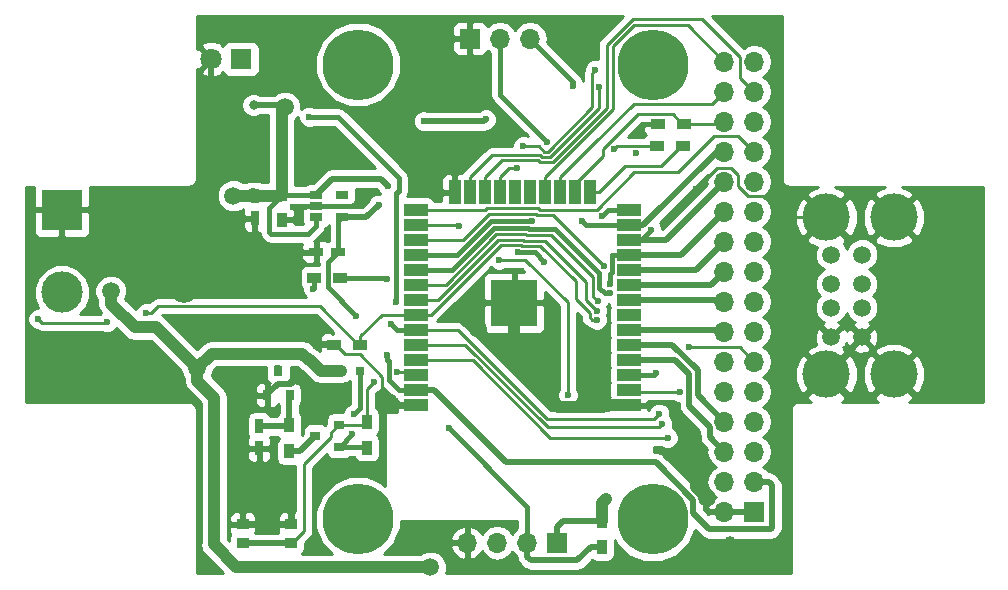
<source format=gbr>
G04 #@! TF.FileFunction,Copper,L2,Bot,Signal*
%FSLAX46Y46*%
G04 Gerber Fmt 4.6, Leading zero omitted, Abs format (unit mm)*
G04 Created by KiCad (PCBNEW 4.0.6+dfsg1-1) date Wed Jul 26 09:48:40 2017*
%MOMM*%
%LPD*%
G01*
G04 APERTURE LIST*
%ADD10C,0.100000*%
%ADD11R,1.700000X1.700000*%
%ADD12O,1.700000X1.700000*%
%ADD13R,0.800000X0.900000*%
%ADD14R,0.750000X1.200000*%
%ADD15R,1.200000X0.750000*%
%ADD16R,0.800000X0.800000*%
%ADD17R,1.800000X1.800000*%
%ADD18C,1.800000*%
%ADD19C,4.000000*%
%ADD20C,1.500000*%
%ADD21R,1.000000X0.900000*%
%ADD22R,0.900000X0.800000*%
%ADD23R,1.200000X0.900000*%
%ADD24R,0.900000X1.200000*%
%ADD25R,2.000000X1.000000*%
%ADD26R,1.000000X2.000000*%
%ADD27R,4.000000X4.000000*%
%ADD28R,1.060000X0.650000*%
%ADD29C,3.500000*%
%ADD30R,3.500000X3.500000*%
%ADD31C,6.000000*%
%ADD32C,1.000000*%
%ADD33C,0.600000*%
%ADD34C,2.500000*%
%ADD35C,0.800000*%
%ADD36C,0.400000*%
%ADD37C,1.000000*%
%ADD38C,0.250000*%
%ADD39C,0.500000*%
%ADD40C,0.254000*%
G04 APERTURE END LIST*
D10*
D11*
X131560000Y-80250000D03*
D12*
X134100000Y-80250000D03*
X136640000Y-80250000D03*
D11*
X155638000Y-120304000D03*
D12*
X153098000Y-120304000D03*
X155638000Y-117764000D03*
X153098000Y-117764000D03*
X155638000Y-115224000D03*
X153098000Y-115224000D03*
X155638000Y-112684000D03*
X153098000Y-112684000D03*
X155638000Y-110144000D03*
X153098000Y-110144000D03*
X155638000Y-107604000D03*
X153098000Y-107604000D03*
X155638000Y-105064000D03*
X153098000Y-105064000D03*
X155638000Y-102524000D03*
X153098000Y-102524000D03*
X155638000Y-99984000D03*
X153098000Y-99984000D03*
X155638000Y-97444000D03*
X153098000Y-97444000D03*
X155638000Y-94904000D03*
X153098000Y-94904000D03*
X155638000Y-92364000D03*
X153098000Y-92364000D03*
X155638000Y-89824000D03*
X153098000Y-89824000D03*
X155638000Y-87284000D03*
X153098000Y-87284000D03*
X155638000Y-84744000D03*
X153098000Y-84744000D03*
X155638000Y-82204000D03*
X153098000Y-82204000D03*
D13*
X116280000Y-110430000D03*
X114380000Y-110430000D03*
X115330000Y-108430000D03*
D14*
X113348000Y-93554690D03*
X113348000Y-95454690D03*
D15*
X120423000Y-98329690D03*
X118523000Y-98329690D03*
D14*
X113718000Y-114959000D03*
X113718000Y-113059000D03*
D16*
X120650000Y-108360000D03*
X122250000Y-108360000D03*
D17*
X112200000Y-81975000D03*
D18*
X109660000Y-81975000D03*
D19*
X161743000Y-95384000D03*
X167443000Y-95384000D03*
X161743000Y-108684000D03*
X167443000Y-108684000D03*
D20*
X164743000Y-105534000D03*
X164743000Y-103034000D03*
X164743000Y-98534000D03*
X164743000Y-101034000D03*
X162143000Y-98534000D03*
X162143000Y-101034000D03*
X162143000Y-103034000D03*
X162143000Y-105534000D03*
D21*
X112318000Y-122959000D03*
X112318000Y-121359000D03*
X116418000Y-122959000D03*
X116418000Y-121359000D03*
D22*
X120480000Y-112930000D03*
X120480000Y-114830000D03*
X118480000Y-113880000D03*
D23*
X149650000Y-87450000D03*
X147450000Y-87450000D03*
X147388000Y-89354000D03*
X149588000Y-89354000D03*
X120058000Y-106172000D03*
X122258000Y-106172000D03*
D24*
X115623000Y-95579690D03*
X115623000Y-93379690D03*
X116260000Y-115200000D03*
X116260000Y-113000000D03*
X122830000Y-114880000D03*
X122830000Y-112680000D03*
D23*
X120575000Y-100500000D03*
X118375000Y-100500000D03*
D24*
X142725000Y-123300000D03*
X142725000Y-121100000D03*
D25*
X126973880Y-108756800D03*
X145007880Y-108728800D03*
D26*
X140435880Y-93262800D03*
X141705880Y-93262800D03*
X135355880Y-93262800D03*
X136625880Y-93262800D03*
X139165880Y-93262800D03*
X137895880Y-93262800D03*
X132815880Y-93262800D03*
X134085880Y-93262800D03*
X131545880Y-93262800D03*
X130275880Y-93262800D03*
D25*
X144991880Y-111276800D03*
X145007880Y-109998800D03*
X145007880Y-106188800D03*
X144991880Y-107466800D03*
X144991880Y-102386800D03*
X145007880Y-101108800D03*
X145007880Y-103648800D03*
X144991880Y-104926800D03*
X144991880Y-94766800D03*
X144991880Y-97306800D03*
X145007880Y-96028800D03*
X145007880Y-98568800D03*
X144991880Y-99846800D03*
X126957880Y-99846800D03*
X126973880Y-98568800D03*
X126973880Y-96028800D03*
X126957880Y-97306800D03*
X126957880Y-94766800D03*
X126957880Y-104926800D03*
X126973880Y-103648800D03*
X126973880Y-101108800D03*
X126957880Y-102386800D03*
X126957880Y-107466800D03*
X126973880Y-106188800D03*
X126973880Y-110026800D03*
X126973880Y-111296800D03*
D27*
X135300000Y-102610000D03*
D28*
X118523000Y-95379690D03*
X118523000Y-94429690D03*
X118523000Y-93479690D03*
X120723000Y-93479690D03*
X120723000Y-95379690D03*
D11*
X138938000Y-122936000D03*
D12*
X136398000Y-122936000D03*
X133858000Y-122936000D03*
X131318000Y-122936000D03*
D29*
X97000000Y-101750000D03*
D30*
X97000000Y-94750000D03*
D31*
X122075000Y-82450000D03*
X147025000Y-82450000D03*
X147025000Y-120950000D03*
X122075000Y-120950000D03*
D32*
X153575000Y-122875000D03*
D33*
X116545577Y-94496095D03*
D32*
X118625000Y-106100000D03*
X117200000Y-108725000D03*
D20*
X151667726Y-119161969D03*
D33*
X115950000Y-82400000D03*
X110420000Y-108420000D03*
D20*
X106295761Y-109104229D03*
D33*
X145825000Y-88300000D03*
D34*
X107354620Y-101338990D03*
D33*
X145625000Y-89979010D03*
X150675000Y-92975000D03*
D20*
X131479142Y-104099672D03*
X132279031Y-104875894D03*
D35*
X124968000Y-110744000D03*
D33*
X121802554Y-94409611D03*
D20*
X118575000Y-90975000D03*
D35*
X116300000Y-120125000D03*
X113275000Y-88275000D03*
D20*
X128200000Y-125000000D03*
D32*
X143075000Y-119225000D03*
D33*
X124625000Y-92725000D03*
D20*
X108458851Y-108157682D03*
D33*
X140291629Y-84291629D03*
D20*
X111525000Y-93554690D03*
X101150000Y-101625000D03*
D35*
X113250000Y-85875000D03*
D20*
X115900000Y-86075000D03*
D33*
X135585585Y-98349990D03*
X137862358Y-99171256D03*
X121611758Y-113763242D03*
X121725000Y-112050000D03*
X148300052Y-114048999D03*
X147851464Y-112873536D03*
X117940000Y-86878000D03*
X125325000Y-102550000D03*
X124900000Y-104425000D03*
X147575000Y-112000000D03*
X100825000Y-104275000D03*
X95025000Y-104000000D03*
X104125000Y-103500000D03*
X142325797Y-104081458D03*
X150088232Y-106368827D03*
X142305518Y-103281703D03*
X142396123Y-102486839D03*
X143377156Y-101825009D03*
X136850000Y-95699936D03*
X142891869Y-99510012D03*
X139849430Y-110424990D03*
X134000000Y-98975000D03*
X130600000Y-96100000D03*
X142499990Y-84339125D03*
X142150000Y-82900000D03*
X136075000Y-89375000D03*
X135525000Y-91225000D03*
X142725000Y-95250000D03*
X124575000Y-100625000D03*
X141033656Y-95688190D03*
X138075848Y-88970861D03*
X146900000Y-96475000D03*
X143375000Y-101025000D03*
X129750000Y-113250000D03*
X147278596Y-108568025D03*
X149300000Y-110175000D03*
X125375000Y-108500000D03*
X123450000Y-109325000D03*
X115271409Y-108125021D03*
X118272449Y-101452551D03*
X127650000Y-87250000D03*
X123825000Y-94325000D03*
X143712201Y-89620377D03*
X132925000Y-87100000D03*
X124575000Y-107050000D03*
X121950000Y-103700000D03*
D36*
X118523000Y-94429690D02*
X116611982Y-94429690D01*
X116611982Y-94429690D02*
X116545577Y-94496095D01*
X118523000Y-94429690D02*
X121782475Y-94429690D01*
D37*
X139000000Y-111425000D02*
X135300000Y-107725000D01*
X135300000Y-107725000D02*
X135300000Y-102610000D01*
X142843680Y-111425000D02*
X139000000Y-111425000D01*
X142991880Y-111276800D02*
X142843680Y-111425000D01*
X144991880Y-111276800D02*
X142991880Y-111276800D01*
D38*
X120208000Y-106172000D02*
X120058000Y-106172000D01*
X120983001Y-106947001D02*
X120208000Y-106172000D01*
X122222003Y-106947001D02*
X120983001Y-106947001D01*
X124149988Y-108874986D02*
X122222003Y-106947001D01*
X124149988Y-109925988D02*
X124149988Y-108874986D01*
X124968000Y-110744000D02*
X124149988Y-109925988D01*
D39*
X118625000Y-106100000D02*
X119986000Y-106100000D01*
X119986000Y-106100000D02*
X120058000Y-106172000D01*
X116445000Y-109480000D02*
X117200000Y-108725000D01*
X114380000Y-110430000D02*
X114380000Y-110380000D01*
X115280000Y-109480000D02*
X116445000Y-109480000D01*
X114380000Y-110380000D02*
X115280000Y-109480000D01*
D37*
X150725001Y-118200481D02*
X151667726Y-119143206D01*
X151667726Y-119143206D02*
X151667726Y-119161969D01*
X150725001Y-113975001D02*
X150725001Y-118200481D01*
D39*
X109660000Y-81975000D02*
X109660000Y-84660000D01*
X109660000Y-84660000D02*
X113275000Y-88275000D01*
D36*
X114380000Y-110430000D02*
X112430000Y-110430000D01*
X112430000Y-110430000D02*
X110420000Y-108420000D01*
D38*
X161743000Y-95384000D02*
X158914573Y-95384000D01*
X158914573Y-95384000D02*
X157069574Y-93539001D01*
X157069574Y-93539001D02*
X155073999Y-93539001D01*
X155073999Y-93539001D02*
X154273001Y-92738003D01*
X154273001Y-92738003D02*
X154273001Y-91799999D01*
X154273001Y-91799999D02*
X153662001Y-91188999D01*
X153662001Y-91188999D02*
X152461001Y-91188999D01*
X152461001Y-91188999D02*
X150675000Y-92975000D01*
X147450000Y-87450000D02*
X147300000Y-87450000D01*
D39*
X126973880Y-111296800D02*
X125520800Y-111296800D01*
X125520800Y-111296800D02*
X124968000Y-110744000D01*
D36*
X121782475Y-94429690D02*
X121802554Y-94409611D01*
X116300000Y-120125000D02*
X116300000Y-121241000D01*
X116300000Y-121241000D02*
X116418000Y-121359000D01*
D39*
X112318000Y-121359000D02*
X116418000Y-121359000D01*
D36*
X118523000Y-93479690D02*
X115723000Y-93479690D01*
D39*
X119890402Y-92112288D02*
X118548001Y-93454689D01*
D36*
X118523000Y-95379690D02*
X118523000Y-96104690D01*
X118523000Y-96104690D02*
X117847999Y-96779691D01*
D37*
X111788998Y-125000000D02*
X128200000Y-125000000D01*
X117952999Y-107500001D02*
X117378009Y-106925011D01*
X118047005Y-107500001D02*
X117952999Y-107500001D01*
X109691522Y-106925011D02*
X108458851Y-108157682D01*
X117378009Y-106925011D02*
X109691522Y-106925011D01*
X118907004Y-108360000D02*
X118047005Y-107500001D01*
X120650000Y-108360000D02*
X118907004Y-108360000D01*
X142725000Y-121100000D02*
X142725000Y-119575000D01*
X142725000Y-119575000D02*
X143075000Y-119225000D01*
D39*
X124012288Y-92112288D02*
X124625000Y-92725000D01*
X119890402Y-92112288D02*
X124012288Y-92112288D01*
D37*
X105001170Y-104700001D02*
X108458851Y-108157682D01*
X109900000Y-123061002D02*
X109875000Y-123086002D01*
X103164341Y-104700001D02*
X105001170Y-104700001D01*
X101150000Y-102685660D02*
X103164341Y-104700001D01*
X101150000Y-101625000D02*
X101150000Y-102685660D01*
X108458851Y-109218342D02*
X109900000Y-110659491D01*
X108458851Y-108157682D02*
X108458851Y-109218342D01*
X109900000Y-110659491D02*
X109900000Y-123061002D01*
X109875000Y-123086002D02*
X111788998Y-125000000D01*
D36*
X136640000Y-80250000D02*
X140291629Y-83901629D01*
X140291629Y-83901629D02*
X140291629Y-84291629D01*
D39*
X142725000Y-121100000D02*
X142725000Y-120950000D01*
X142725000Y-121100000D02*
X139424000Y-121100000D01*
X138938000Y-121586000D02*
X138938000Y-122936000D01*
X139424000Y-121100000D02*
X138938000Y-121586000D01*
D36*
X117847999Y-96779691D02*
X114692999Y-96779691D01*
X114692999Y-96779691D02*
X114572999Y-96659691D01*
X114572999Y-96659691D02*
X114572999Y-94579691D01*
X114572999Y-94579691D02*
X115623000Y-93529690D01*
X115623000Y-93529690D02*
X115623000Y-93379690D01*
X118523000Y-95379690D02*
X118318000Y-95379690D01*
D37*
X111525000Y-93554690D02*
X113348000Y-93554690D01*
X113348000Y-93554690D02*
X113218309Y-93424999D01*
D36*
X115723000Y-93479690D02*
X115623000Y-93379690D01*
D39*
X113250000Y-85875000D02*
X115700000Y-85875000D01*
X115700000Y-85875000D02*
X115900000Y-86075000D01*
D37*
X115623000Y-93379690D02*
X115623000Y-86352000D01*
X115623000Y-86352000D02*
X115900000Y-86075000D01*
X113348000Y-93554690D02*
X115448000Y-93554690D01*
X115448000Y-93554690D02*
X115623000Y-93379690D01*
D39*
X116260000Y-113000000D02*
X116260000Y-110450000D01*
X116260000Y-110450000D02*
X116280000Y-110430000D01*
X113718000Y-113059000D02*
X116201000Y-113059000D01*
X116201000Y-113059000D02*
X116260000Y-113000000D01*
D36*
X136009849Y-98349990D02*
X135585585Y-98349990D01*
X137041092Y-98349990D02*
X136009849Y-98349990D01*
X137862358Y-99171256D02*
X137041092Y-98349990D01*
X121596758Y-113763242D02*
X121611758Y-113763242D01*
X120530000Y-114830000D02*
X121596758Y-113763242D01*
X120480000Y-114830000D02*
X120530000Y-114830000D01*
X122250000Y-108360000D02*
X122250000Y-111525000D01*
X122250000Y-111525000D02*
X121725000Y-112050000D01*
X120480000Y-114830000D02*
X122780000Y-114830000D01*
D38*
X138376179Y-114048999D02*
X148300052Y-114048999D01*
X131793980Y-107466800D02*
X138376179Y-114048999D01*
X126957880Y-107466800D02*
X131793980Y-107466800D01*
X126973880Y-106188800D02*
X131152390Y-106188800D01*
X131152390Y-106188800D02*
X138137125Y-113173535D01*
X138137125Y-113173535D02*
X147551465Y-113173535D01*
X147551465Y-113173535D02*
X147851464Y-112873536D01*
X147275001Y-112299999D02*
X147575000Y-112000000D01*
X126957880Y-104926800D02*
X130526800Y-104926800D01*
X130526800Y-104926800D02*
X138075011Y-112475011D01*
X147099989Y-112475011D02*
X147275001Y-112299999D01*
X138075011Y-112475011D02*
X147099989Y-112475011D01*
D36*
X120385004Y-86878000D02*
X117940000Y-86878000D01*
X125525002Y-92017998D02*
X120385004Y-86878000D01*
X125525002Y-93157002D02*
X125525002Y-92017998D01*
X125325000Y-93357004D02*
X125525002Y-93157002D01*
X125325000Y-102550000D02*
X125325000Y-93357004D01*
X126957880Y-104926800D02*
X125401800Y-104926800D01*
X125401800Y-104926800D02*
X124900000Y-104425000D01*
D38*
X141685287Y-103456524D02*
X141685287Y-103865212D01*
X137524979Y-97824979D02*
X140499999Y-100799999D01*
X141901533Y-104081458D02*
X142325797Y-104081458D01*
X140499999Y-100799999D02*
X140499999Y-102271236D01*
X140499999Y-102271236D02*
X141685287Y-103456524D01*
X135985576Y-97824979D02*
X137524979Y-97824979D01*
X135885586Y-97724989D02*
X135985576Y-97824979D01*
X134147691Y-97724989D02*
X135885586Y-97724989D01*
X128223880Y-103648800D02*
X134147691Y-97724989D01*
X126973880Y-103648800D02*
X128223880Y-103648800D01*
X141685287Y-103865212D02*
X141901533Y-104081458D01*
X95025000Y-104000000D02*
X95324999Y-104299999D01*
X95324999Y-104299999D02*
X100800001Y-104299999D01*
X100800001Y-104299999D02*
X100825000Y-104275000D01*
X118850000Y-102914000D02*
X122108000Y-106172000D01*
X104125000Y-103500000D02*
X104549264Y-103500000D01*
X104549264Y-103500000D02*
X105135264Y-102914000D01*
X105135264Y-102914000D02*
X118850000Y-102914000D01*
X122108000Y-106172000D02*
X122258000Y-106172000D01*
X126973880Y-103648800D02*
X124081200Y-103648800D01*
X124081200Y-103648800D02*
X122258000Y-105472000D01*
X122258000Y-105472000D02*
X122258000Y-106172000D01*
X154402827Y-106368827D02*
X150088232Y-106368827D01*
X155638000Y-107604000D02*
X154402827Y-106368827D01*
X122258000Y-106172000D02*
X122408000Y-106172000D01*
X141374999Y-100874999D02*
X141374999Y-102351184D01*
X128849469Y-102386800D02*
X133961291Y-97274978D01*
X137874968Y-97374968D02*
X141374999Y-100874999D01*
X142005519Y-102981704D02*
X142305518Y-103281703D01*
X136071986Y-97274978D02*
X136171976Y-97374968D01*
X136171976Y-97374968D02*
X137874968Y-97374968D01*
X133961291Y-97274978D02*
X136071986Y-97274978D01*
X126957880Y-102386800D02*
X128849469Y-102386800D01*
X141374999Y-102351184D02*
X142005519Y-102981704D01*
X136358376Y-96924957D02*
X138428412Y-96924957D01*
X141949988Y-102040704D02*
X142096124Y-102186840D01*
X136258386Y-96824967D02*
X136358376Y-96924957D01*
X142096124Y-102186840D02*
X142396123Y-102486839D01*
X141949988Y-100446533D02*
X141949988Y-102040704D01*
X126973880Y-101108800D02*
X129491058Y-101108800D01*
X133774891Y-96824967D02*
X136258386Y-96824967D01*
X138428412Y-96924957D02*
X141949988Y-100446533D01*
X129491058Y-101108800D02*
X133774891Y-96824967D01*
D36*
X142474999Y-101347116D02*
X142952892Y-101825009D01*
X136475852Y-96299956D02*
X136575842Y-96399946D01*
X142952892Y-101825009D02*
X143377156Y-101825009D01*
X126957880Y-99846800D02*
X130010581Y-99846800D01*
X136575842Y-96399946D02*
X138745801Y-96399946D01*
X138745801Y-96399946D02*
X142474999Y-100129144D01*
X142474999Y-100129144D02*
X142474999Y-101347116D01*
X133557425Y-96299956D02*
X136475852Y-96299956D01*
X130010581Y-99846800D02*
X133557425Y-96299956D01*
X126973880Y-98568800D02*
X130440038Y-98568800D01*
X133308902Y-95699936D02*
X136425736Y-95699936D01*
X130440038Y-98568800D02*
X133308902Y-95699936D01*
X136425736Y-95699936D02*
X136850000Y-95699936D01*
D38*
X130959561Y-97306800D02*
X133191427Y-95074934D01*
X126957880Y-97306800D02*
X130959561Y-97306800D01*
X142591870Y-99210013D02*
X142891869Y-99510012D01*
X138581824Y-95199967D02*
X142591870Y-99210013D01*
X137150002Y-95074934D02*
X137275035Y-95199967D01*
X133191427Y-95074934D02*
X137150002Y-95074934D01*
X137275035Y-95199967D02*
X138581824Y-95199967D01*
X139849430Y-110000726D02*
X139849430Y-110424990D01*
X139849430Y-102574428D02*
X139849430Y-110000726D01*
X136250002Y-98975000D02*
X139849430Y-102574428D01*
X134000000Y-98975000D02*
X136250002Y-98975000D01*
X126973880Y-96028800D02*
X130528800Y-96028800D01*
X130528800Y-96028800D02*
X130600000Y-96100000D01*
X154788001Y-88974001D02*
X155638000Y-89824000D01*
X154273001Y-88459001D02*
X154788001Y-88974001D01*
X149130173Y-91575013D02*
X152246185Y-88459001D01*
X142303726Y-94749956D02*
X145478669Y-91575013D01*
X152246185Y-88459001D02*
X154273001Y-88459001D01*
X137461435Y-94749956D02*
X142303726Y-94749956D01*
X137336402Y-94624923D02*
X137461435Y-94749956D01*
X132842149Y-94787801D02*
X133005027Y-94624923D01*
X128207880Y-94766800D02*
X128228881Y-94787801D01*
X133005027Y-94624923D02*
X137336402Y-94624923D01*
X128228881Y-94787801D02*
X132842149Y-94787801D01*
X145478669Y-91575013D02*
X149130173Y-91575013D01*
X126957880Y-94766800D02*
X128207880Y-94766800D01*
X131545880Y-93262800D02*
X131545880Y-92012800D01*
X133458669Y-90100011D02*
X137499697Y-90100011D01*
X142499990Y-86088599D02*
X142499990Y-84339125D01*
X138313611Y-90274978D02*
X142499990Y-86088599D01*
X137499697Y-90100011D02*
X137674664Y-90274978D01*
X131545880Y-92012800D02*
X133458669Y-90100011D01*
X137674664Y-90274978D02*
X138313611Y-90274978D01*
X154462999Y-81829997D02*
X154462999Y-83568999D01*
X154462999Y-83568999D02*
X154788001Y-83894001D01*
X143125000Y-80825000D02*
X145350000Y-78600000D01*
X145350000Y-78600000D02*
X151233002Y-78600000D01*
X143125000Y-86147270D02*
X143125000Y-80825000D01*
X132815880Y-92012800D02*
X134253658Y-90575022D01*
X138547280Y-90724989D02*
X143125000Y-86147270D01*
X137488264Y-90724989D02*
X138547280Y-90724989D01*
X137338297Y-90575022D02*
X137488264Y-90724989D01*
X134253658Y-90575022D02*
X137338297Y-90575022D01*
X132815880Y-93262800D02*
X132815880Y-92012800D01*
X151233002Y-78600000D02*
X154462999Y-81829997D01*
X154788001Y-83894001D02*
X155638000Y-84744000D01*
X141874988Y-86077191D02*
X141874988Y-83175012D01*
X141874988Y-83175012D02*
X142150000Y-82900000D01*
X138127212Y-89824967D02*
X141874988Y-86077191D01*
X137861064Y-89824967D02*
X138127212Y-89824967D01*
X137411097Y-89375000D02*
X137861064Y-89824967D01*
X136075000Y-89375000D02*
X137411097Y-89375000D01*
X134085880Y-93262800D02*
X134085880Y-92012800D01*
X134085880Y-92012800D02*
X134873680Y-91225000D01*
X134873680Y-91225000D02*
X135525000Y-91225000D01*
X143699999Y-86208681D02*
X143699999Y-80886411D01*
X137895880Y-93262800D02*
X137895880Y-92012800D01*
X137895880Y-92012800D02*
X143699999Y-86208681D01*
X150018999Y-79124999D02*
X153098000Y-82204000D01*
X145461411Y-79124999D02*
X150018999Y-79124999D01*
X143699999Y-80886411D02*
X145461411Y-79124999D01*
X137895880Y-93262800D02*
X137895880Y-92302894D01*
X142075011Y-89124989D02*
X145424999Y-85775001D01*
X145424999Y-85775001D02*
X152066999Y-85775001D01*
X152066999Y-85775001D02*
X152248001Y-85593999D01*
X152248001Y-85593999D02*
X153098000Y-84744000D01*
X142053691Y-89124989D02*
X142075011Y-89124989D01*
X142053691Y-89124989D02*
X139165880Y-92012800D01*
X139165880Y-92012800D02*
X139165880Y-93262800D01*
X142825022Y-89623657D02*
X145773681Y-86674999D01*
X148724999Y-86674999D02*
X149500000Y-87450000D01*
X142825022Y-90172800D02*
X142825022Y-89623657D01*
X140435880Y-93262800D02*
X140435880Y-92561942D01*
X140435880Y-92561942D02*
X142825022Y-90172800D01*
X145773681Y-86674999D02*
X148724999Y-86674999D01*
X149500000Y-87450000D02*
X149650000Y-87450000D01*
X149650000Y-87450000D02*
X152932000Y-87450000D01*
X152932000Y-87450000D02*
X153098000Y-87284000D01*
X144668680Y-91050000D02*
X147742000Y-91050000D01*
X147742000Y-91050000D02*
X149438000Y-89354000D01*
X149438000Y-89354000D02*
X149588000Y-89354000D01*
X141705880Y-93262800D02*
X142455880Y-93262800D01*
X142455880Y-93262800D02*
X144668680Y-91050000D01*
D36*
X142725000Y-95250000D02*
X143208200Y-94766800D01*
X143208200Y-94766800D02*
X144991880Y-94766800D01*
X120575000Y-100500000D02*
X124450000Y-100500000D01*
X124450000Y-100500000D02*
X124575000Y-100625000D01*
D39*
X152440998Y-89824000D02*
X153098000Y-89824000D01*
X146236198Y-96028800D02*
X152440998Y-89824000D01*
X145007880Y-96028800D02*
X146236198Y-96028800D01*
D36*
X145007880Y-96028800D02*
X141374266Y-96028800D01*
X141374266Y-96028800D02*
X141033656Y-95688190D01*
X134100000Y-80250000D02*
X134100000Y-84995013D01*
X134100000Y-84995013D02*
X138075848Y-88970861D01*
X146900000Y-96475000D02*
X146068200Y-97306800D01*
X146068200Y-97306800D02*
X144991880Y-97306800D01*
D39*
X144991880Y-97306800D02*
X148155200Y-97306800D01*
X148155200Y-97306800D02*
X153098000Y-92364000D01*
D36*
X143591879Y-99984801D02*
X143591879Y-98584801D01*
X143375000Y-101025000D02*
X143375000Y-100201680D01*
X143375000Y-100201680D02*
X143591879Y-99984801D01*
X143591879Y-98584801D02*
X143607880Y-98568800D01*
X143607880Y-98568800D02*
X145007880Y-98568800D01*
X136398000Y-122936000D02*
X136398000Y-119898000D01*
X136398000Y-119898000D02*
X129750000Y-113250000D01*
D39*
X145007880Y-98568800D02*
X149433200Y-98568800D01*
X149433200Y-98568800D02*
X153098000Y-94904000D01*
X136398000Y-122936000D02*
X136398000Y-124138081D01*
X136398000Y-124138081D02*
X136695920Y-124436001D01*
X141775000Y-123300000D02*
X142725000Y-123300000D01*
X136695920Y-124436001D02*
X140638999Y-124436001D01*
X140638999Y-124436001D02*
X141775000Y-123300000D01*
X144991880Y-99846800D02*
X150695200Y-99846800D01*
X150695200Y-99846800D02*
X153098000Y-97444000D01*
X145007880Y-101108800D02*
X151973200Y-101108800D01*
X151973200Y-101108800D02*
X153098000Y-99984000D01*
X144991880Y-102386800D02*
X152960800Y-102386800D01*
X152960800Y-102386800D02*
X153098000Y-102524000D01*
X144991880Y-104926800D02*
X152960800Y-104926800D01*
X152960800Y-104926800D02*
X153098000Y-105064000D01*
D36*
X147117821Y-108728800D02*
X147278596Y-108568025D01*
X145007880Y-108728800D02*
X147117821Y-108728800D01*
D38*
X149300000Y-110175000D02*
X145184080Y-110175000D01*
X145184080Y-110175000D02*
X145007880Y-109998800D01*
D39*
X152952800Y-109998800D02*
X153098000Y-110144000D01*
X150825013Y-110411013D02*
X153098000Y-112684000D01*
X150825013Y-108350044D02*
X150825013Y-110411013D01*
X148663769Y-106188800D02*
X150825013Y-108350044D01*
X145007880Y-106188800D02*
X148663769Y-106188800D01*
X151875012Y-114001012D02*
X153098000Y-115224000D01*
X150125002Y-111398642D02*
X151875012Y-113148651D01*
X150125002Y-108639998D02*
X150125002Y-111398642D01*
X144991880Y-107466800D02*
X148951804Y-107466800D01*
X148951804Y-107466800D02*
X150125002Y-108639998D01*
X151875012Y-113148651D02*
X151875012Y-114001012D01*
D38*
X120480000Y-112930000D02*
X122580000Y-112930000D01*
X122580000Y-112930000D02*
X122830000Y-112680000D01*
X125375000Y-108500000D02*
X126717080Y-108500000D01*
X126717080Y-108500000D02*
X126973880Y-108756800D01*
X122830000Y-112680000D02*
X122830000Y-109945000D01*
X122830000Y-109945000D02*
X123450000Y-109325000D01*
X117525000Y-121902000D02*
X117525000Y-116270002D01*
X119780000Y-113580000D02*
X120430000Y-112930000D01*
X117525000Y-116270002D02*
X119780000Y-114015002D01*
X119780000Y-114015002D02*
X119780000Y-113580000D01*
X120430000Y-112930000D02*
X120480000Y-112930000D01*
X116418000Y-122959000D02*
X116468000Y-122959000D01*
X116468000Y-122959000D02*
X117525000Y-121902000D01*
D36*
X120480000Y-113087542D02*
X120480000Y-112930000D01*
D39*
X116418000Y-122959000D02*
X112318000Y-122959000D01*
D36*
X115271409Y-108399285D02*
X115271409Y-108125021D01*
X115302124Y-108430000D02*
X115271409Y-108399285D01*
X115330000Y-108430000D02*
X115302124Y-108430000D01*
X118375000Y-101350000D02*
X118272449Y-101452551D01*
X118375000Y-100500000D02*
X118375000Y-101350000D01*
D39*
X115284000Y-108384000D02*
X115330000Y-108430000D01*
X116260000Y-115200000D02*
X117160000Y-115200000D01*
X117160000Y-115200000D02*
X118480000Y-113880000D01*
X127650000Y-87250000D02*
X132775000Y-87250000D01*
X132775000Y-87250000D02*
X132925000Y-87100000D01*
X120723000Y-95379690D02*
X122770310Y-95379690D01*
X122770310Y-95379690D02*
X123825000Y-94325000D01*
D36*
X120423000Y-95679690D02*
X120723000Y-95379690D01*
X125573880Y-110026800D02*
X126973880Y-110026800D01*
X124674999Y-109127919D02*
X125573880Y-110026800D01*
X124674999Y-107574263D02*
X124674999Y-109127919D01*
X124575000Y-107474264D02*
X124674999Y-107574263D01*
X124575000Y-107050000D02*
X124575000Y-107474264D01*
D39*
X150475001Y-120450001D02*
X151829001Y-121804001D01*
X151829001Y-121804001D02*
X157008001Y-121804001D01*
X134572080Y-116125000D02*
X147306002Y-116125000D01*
X147306002Y-116125000D02*
X150475001Y-119293999D01*
X150475001Y-119293999D02*
X150475001Y-120450001D01*
D38*
X143978578Y-89354000D02*
X143712201Y-89620377D01*
X147388000Y-89354000D02*
X143978578Y-89354000D01*
D39*
X126973880Y-110026800D02*
X128473880Y-110026800D01*
X128473880Y-110026800D02*
X134572080Y-116125000D01*
X157138001Y-121674001D02*
X157138001Y-118061920D01*
X157008001Y-121804001D02*
X157138001Y-121674001D01*
X157138001Y-118061920D02*
X156840081Y-117764000D01*
X156840081Y-117764000D02*
X155638000Y-117764000D01*
D36*
X120423000Y-98329690D02*
X120423000Y-95679690D01*
X120423000Y-98329690D02*
X119574999Y-99177691D01*
X119574999Y-99177691D02*
X119574999Y-101324999D01*
X119574999Y-101324999D02*
X121950000Y-103700000D01*
D40*
G36*
X157958000Y-92109000D02*
X158012046Y-92380705D01*
X158165954Y-92611046D01*
X158396295Y-92764954D01*
X158668000Y-92819000D01*
X161039108Y-92819000D01*
X160268353Y-93138257D01*
X160047584Y-93508978D01*
X161743000Y-95204395D01*
X163438416Y-93508978D01*
X163217647Y-93138257D01*
X162429066Y-92819000D01*
X166739108Y-92819000D01*
X165968353Y-93138257D01*
X165747584Y-93508978D01*
X167443000Y-95204395D01*
X169138416Y-93508978D01*
X168917647Y-93138257D01*
X168129066Y-92819000D01*
X174958000Y-92819000D01*
X174958000Y-110999000D01*
X168750446Y-110999000D01*
X168917647Y-110929743D01*
X169138416Y-110559022D01*
X167443000Y-108863605D01*
X165747584Y-110559022D01*
X165968353Y-110929743D01*
X166139421Y-110999000D01*
X163050446Y-110999000D01*
X163217647Y-110929743D01*
X163438416Y-110559022D01*
X161743000Y-108863605D01*
X160047584Y-110559022D01*
X160268353Y-110929743D01*
X160439421Y-110999000D01*
X159418000Y-110999000D01*
X159146295Y-111053046D01*
X158915954Y-111206954D01*
X158762046Y-111437295D01*
X158708000Y-111709000D01*
X158708000Y-125499000D01*
X129492453Y-125499000D01*
X129584759Y-125276702D01*
X129585240Y-124725715D01*
X129374831Y-124216485D01*
X128985564Y-123826539D01*
X128476702Y-123615241D01*
X127925715Y-123614760D01*
X127416485Y-123825169D01*
X127376585Y-123865000D01*
X124300066Y-123865000D01*
X124873173Y-123292892D01*
X129876514Y-123292892D01*
X130122817Y-123817358D01*
X130551076Y-124207645D01*
X130961110Y-124377476D01*
X131191000Y-124256155D01*
X131191000Y-123063000D01*
X129997181Y-123063000D01*
X129876514Y-123292892D01*
X124873173Y-123292892D01*
X125154806Y-123011751D01*
X125334455Y-122579108D01*
X129876514Y-122579108D01*
X129997181Y-122809000D01*
X131191000Y-122809000D01*
X131191000Y-121615845D01*
X130961110Y-121494524D01*
X130551076Y-121664355D01*
X130122817Y-122054642D01*
X129876514Y-122579108D01*
X125334455Y-122579108D01*
X125709368Y-121676218D01*
X125709847Y-121127000D01*
X135563000Y-121127000D01*
X135563000Y-121713159D01*
X135347946Y-121856853D01*
X135128000Y-122186026D01*
X134908054Y-121856853D01*
X134426285Y-121534946D01*
X133858000Y-121421907D01*
X133289715Y-121534946D01*
X132807946Y-121856853D01*
X132580298Y-122197553D01*
X132513183Y-122054642D01*
X132084924Y-121664355D01*
X131674890Y-121494524D01*
X131445000Y-121615845D01*
X131445000Y-122809000D01*
X131465000Y-122809000D01*
X131465000Y-123063000D01*
X131445000Y-123063000D01*
X131445000Y-124256155D01*
X131674890Y-124377476D01*
X132084924Y-124207645D01*
X132513183Y-123817358D01*
X132580298Y-123674447D01*
X132807946Y-124015147D01*
X133289715Y-124337054D01*
X133858000Y-124450093D01*
X134426285Y-124337054D01*
X134908054Y-124015147D01*
X135128000Y-123685974D01*
X135347946Y-124015147D01*
X135513000Y-124125432D01*
X135513000Y-124138076D01*
X135512999Y-124138081D01*
X135552578Y-124337054D01*
X135580367Y-124476756D01*
X135652271Y-124584368D01*
X135772210Y-124763871D01*
X136070128Y-125061788D01*
X136070130Y-125061791D01*
X136261974Y-125189976D01*
X136357246Y-125253635D01*
X136695920Y-125321002D01*
X136695925Y-125321001D01*
X140638994Y-125321001D01*
X140638999Y-125321002D01*
X140921483Y-125264811D01*
X140977674Y-125253634D01*
X141264789Y-125061791D01*
X141908475Y-124418104D01*
X142023110Y-124496431D01*
X142275000Y-124547440D01*
X143175000Y-124547440D01*
X143410317Y-124503162D01*
X143626441Y-124364090D01*
X143771431Y-124151890D01*
X143822440Y-123900000D01*
X143822440Y-122717983D01*
X143941600Y-123006372D01*
X144963249Y-124029806D01*
X146298782Y-124584368D01*
X147744874Y-124585630D01*
X149081372Y-124033400D01*
X150104806Y-123011751D01*
X150597832Y-121824412D01*
X151203209Y-122429788D01*
X151203211Y-122429791D01*
X151396589Y-122559001D01*
X151490326Y-122621634D01*
X151829001Y-122689002D01*
X151829006Y-122689001D01*
X157007996Y-122689001D01*
X157008001Y-122689002D01*
X157290485Y-122632811D01*
X157346676Y-122621634D01*
X157633791Y-122429791D01*
X157633792Y-122429790D01*
X157763788Y-122299793D01*
X157763791Y-122299791D01*
X157955634Y-122012676D01*
X157971023Y-121935309D01*
X158023002Y-121674001D01*
X158023001Y-121673996D01*
X158023001Y-118061925D01*
X158023002Y-118061920D01*
X157955635Y-117723246D01*
X157891976Y-117627974D01*
X157763791Y-117436130D01*
X157763788Y-117436128D01*
X157465871Y-117138210D01*
X157303925Y-117030002D01*
X157178756Y-116946367D01*
X157122565Y-116935190D01*
X156840081Y-116878999D01*
X156840076Y-116879000D01*
X156827432Y-116879000D01*
X156717147Y-116713946D01*
X156387974Y-116494000D01*
X156717147Y-116274054D01*
X157039054Y-115792285D01*
X157152093Y-115224000D01*
X157039054Y-114655715D01*
X156717147Y-114173946D01*
X156387974Y-113954000D01*
X156717147Y-113734054D01*
X157039054Y-113252285D01*
X157152093Y-112684000D01*
X157039054Y-112115715D01*
X156717147Y-111633946D01*
X156387974Y-111414000D01*
X156717147Y-111194054D01*
X157039054Y-110712285D01*
X157152093Y-110144000D01*
X157039054Y-109575715D01*
X156717147Y-109093946D01*
X156387974Y-108874000D01*
X156717147Y-108654054D01*
X157033222Y-108181012D01*
X159103881Y-108181012D01*
X159112287Y-109229247D01*
X159497257Y-110158647D01*
X159867978Y-110379416D01*
X161563395Y-108684000D01*
X161922605Y-108684000D01*
X163618022Y-110379416D01*
X163988743Y-110158647D01*
X164382119Y-109186988D01*
X164374052Y-108181012D01*
X164803881Y-108181012D01*
X164812287Y-109229247D01*
X165197257Y-110158647D01*
X165567978Y-110379416D01*
X167263395Y-108684000D01*
X167622605Y-108684000D01*
X169318022Y-110379416D01*
X169688743Y-110158647D01*
X170082119Y-109186988D01*
X170073713Y-108138753D01*
X169688743Y-107209353D01*
X169318022Y-106988584D01*
X167622605Y-108684000D01*
X167263395Y-108684000D01*
X165567978Y-106988584D01*
X165197257Y-107209353D01*
X164803881Y-108181012D01*
X164374052Y-108181012D01*
X164373713Y-108138753D01*
X163988743Y-107209353D01*
X163618022Y-106988584D01*
X161922605Y-108684000D01*
X161563395Y-108684000D01*
X159867978Y-106988584D01*
X159497257Y-107209353D01*
X159103881Y-108181012D01*
X157033222Y-108181012D01*
X157039054Y-108172285D01*
X157152093Y-107604000D01*
X157039054Y-107035715D01*
X156887554Y-106808978D01*
X160047584Y-106808978D01*
X161743000Y-108504395D01*
X163438416Y-106808978D01*
X163257702Y-106505517D01*
X163951088Y-106505517D01*
X164019077Y-106746460D01*
X164538171Y-106931201D01*
X165088448Y-106903230D01*
X165315991Y-106808978D01*
X165747584Y-106808978D01*
X167443000Y-108504395D01*
X169138416Y-106808978D01*
X168917647Y-106438257D01*
X167945988Y-106044881D01*
X166897753Y-106053287D01*
X165968353Y-106438257D01*
X165747584Y-106808978D01*
X165315991Y-106808978D01*
X165466923Y-106746460D01*
X165534912Y-106505517D01*
X164743000Y-105713605D01*
X163951088Y-106505517D01*
X163257702Y-106505517D01*
X163223110Y-106447430D01*
X163229574Y-106440966D01*
X163114519Y-106325911D01*
X163355460Y-106257923D01*
X163436370Y-106030578D01*
X163530540Y-106257923D01*
X163771483Y-106325912D01*
X164563395Y-105534000D01*
X164922605Y-105534000D01*
X165714517Y-106325912D01*
X165955460Y-106257923D01*
X166140201Y-105738829D01*
X166112230Y-105188552D01*
X165955460Y-104810077D01*
X165714517Y-104742088D01*
X164922605Y-105534000D01*
X164563395Y-105534000D01*
X163771483Y-104742088D01*
X163530540Y-104810077D01*
X163449630Y-105037422D01*
X163355460Y-104810077D01*
X163114517Y-104742088D01*
X162322605Y-105534000D01*
X162336748Y-105548143D01*
X162157143Y-105727748D01*
X162143000Y-105713605D01*
X162128858Y-105727748D01*
X161949253Y-105548143D01*
X161963395Y-105534000D01*
X161171483Y-104742088D01*
X160930540Y-104810077D01*
X160745799Y-105329171D01*
X160773770Y-105879448D01*
X160897323Y-106177729D01*
X160268353Y-106438257D01*
X160047584Y-106808978D01*
X156887554Y-106808978D01*
X156717147Y-106553946D01*
X156387974Y-106334000D01*
X156717147Y-106114054D01*
X157039054Y-105632285D01*
X157152093Y-105064000D01*
X157039054Y-104495715D01*
X156717147Y-104013946D01*
X156387974Y-103794000D01*
X156717147Y-103574054D01*
X157039054Y-103092285D01*
X157152093Y-102524000D01*
X157039054Y-101955715D01*
X156717147Y-101473946D01*
X156387974Y-101254000D01*
X156717147Y-101034054D01*
X157039054Y-100552285D01*
X157152093Y-99984000D01*
X157039054Y-99415715D01*
X156717147Y-98933946D01*
X156387974Y-98714000D01*
X156717147Y-98494054D01*
X157039054Y-98012285D01*
X157152093Y-97444000D01*
X157115299Y-97259022D01*
X160047584Y-97259022D01*
X160268353Y-97629743D01*
X160910820Y-97889846D01*
X160758241Y-98257298D01*
X160757760Y-98808285D01*
X160968169Y-99317515D01*
X161357436Y-99707461D01*
X161541586Y-99783927D01*
X161359485Y-99859169D01*
X160969539Y-100248436D01*
X160758241Y-100757298D01*
X160757760Y-101308285D01*
X160968169Y-101817515D01*
X161184313Y-102034036D01*
X160969539Y-102248436D01*
X160758241Y-102757298D01*
X160757760Y-103308285D01*
X160968169Y-103817515D01*
X161357436Y-104207461D01*
X161525754Y-104277353D01*
X161419077Y-104321540D01*
X161351088Y-104562483D01*
X162143000Y-105354395D01*
X162934912Y-104562483D01*
X162866923Y-104321540D01*
X162752389Y-104280778D01*
X162926515Y-104208831D01*
X163316461Y-103819564D01*
X163443050Y-103514703D01*
X163568169Y-103817515D01*
X163957436Y-104207461D01*
X164125754Y-104277353D01*
X164019077Y-104321540D01*
X163951088Y-104562483D01*
X164743000Y-105354395D01*
X165534912Y-104562483D01*
X165466923Y-104321540D01*
X165352389Y-104280778D01*
X165526515Y-104208831D01*
X165916461Y-103819564D01*
X166127759Y-103310702D01*
X166128240Y-102759715D01*
X165917831Y-102250485D01*
X165701687Y-102033964D01*
X165916461Y-101819564D01*
X166127759Y-101310702D01*
X166128240Y-100759715D01*
X165917831Y-100250485D01*
X165528564Y-99860539D01*
X165344414Y-99784073D01*
X165526515Y-99708831D01*
X165916461Y-99319564D01*
X166127759Y-98810702D01*
X166128240Y-98259715D01*
X165917831Y-97750485D01*
X165528564Y-97360539D01*
X165284084Y-97259022D01*
X165747584Y-97259022D01*
X165968353Y-97629743D01*
X166940012Y-98023119D01*
X167988247Y-98014713D01*
X168917647Y-97629743D01*
X169138416Y-97259022D01*
X167443000Y-95563605D01*
X165747584Y-97259022D01*
X165284084Y-97259022D01*
X165019702Y-97149241D01*
X164468715Y-97148760D01*
X163959485Y-97359169D01*
X163569539Y-97748436D01*
X163442950Y-98053297D01*
X163317831Y-97750485D01*
X163203252Y-97635706D01*
X163217647Y-97629743D01*
X163438416Y-97259022D01*
X161743000Y-95563605D01*
X160047584Y-97259022D01*
X157115299Y-97259022D01*
X157039054Y-96875715D01*
X156717147Y-96393946D01*
X156387974Y-96174000D01*
X156717147Y-95954054D01*
X157039054Y-95472285D01*
X157152093Y-94904000D01*
X157147521Y-94881012D01*
X159103881Y-94881012D01*
X159112287Y-95929247D01*
X159497257Y-96858647D01*
X159867978Y-97079416D01*
X161563395Y-95384000D01*
X161922605Y-95384000D01*
X163618022Y-97079416D01*
X163988743Y-96858647D01*
X164382119Y-95886988D01*
X164374052Y-94881012D01*
X164803881Y-94881012D01*
X164812287Y-95929247D01*
X165197257Y-96858647D01*
X165567978Y-97079416D01*
X167263395Y-95384000D01*
X167622605Y-95384000D01*
X169318022Y-97079416D01*
X169688743Y-96858647D01*
X170082119Y-95886988D01*
X170073713Y-94838753D01*
X169688743Y-93909353D01*
X169318022Y-93688584D01*
X167622605Y-95384000D01*
X167263395Y-95384000D01*
X165567978Y-93688584D01*
X165197257Y-93909353D01*
X164803881Y-94881012D01*
X164374052Y-94881012D01*
X164373713Y-94838753D01*
X163988743Y-93909353D01*
X163618022Y-93688584D01*
X161922605Y-95384000D01*
X161563395Y-95384000D01*
X159867978Y-93688584D01*
X159497257Y-93909353D01*
X159103881Y-94881012D01*
X157147521Y-94881012D01*
X157039054Y-94335715D01*
X156717147Y-93853946D01*
X156387974Y-93634000D01*
X156717147Y-93414054D01*
X157039054Y-92932285D01*
X157152093Y-92364000D01*
X157039054Y-91795715D01*
X156717147Y-91313946D01*
X156387974Y-91094000D01*
X156717147Y-90874054D01*
X157039054Y-90392285D01*
X157152093Y-89824000D01*
X157039054Y-89255715D01*
X156717147Y-88773946D01*
X156387974Y-88554000D01*
X156717147Y-88334054D01*
X157039054Y-87852285D01*
X157152093Y-87284000D01*
X157039054Y-86715715D01*
X156717147Y-86233946D01*
X156387974Y-86014000D01*
X156717147Y-85794054D01*
X157039054Y-85312285D01*
X157152093Y-84744000D01*
X157039054Y-84175715D01*
X156717147Y-83693946D01*
X156387974Y-83474000D01*
X156717147Y-83254054D01*
X157039054Y-82772285D01*
X157152093Y-82204000D01*
X157039054Y-81635715D01*
X156717147Y-81153946D01*
X156235378Y-80832039D01*
X155667093Y-80719000D01*
X155608907Y-80719000D01*
X155040622Y-80832039D01*
X154740427Y-81032623D01*
X152026804Y-78319000D01*
X157958000Y-78319000D01*
X157958000Y-92109000D01*
X157958000Y-92109000D01*
G37*
X157958000Y-92109000D02*
X158012046Y-92380705D01*
X158165954Y-92611046D01*
X158396295Y-92764954D01*
X158668000Y-92819000D01*
X161039108Y-92819000D01*
X160268353Y-93138257D01*
X160047584Y-93508978D01*
X161743000Y-95204395D01*
X163438416Y-93508978D01*
X163217647Y-93138257D01*
X162429066Y-92819000D01*
X166739108Y-92819000D01*
X165968353Y-93138257D01*
X165747584Y-93508978D01*
X167443000Y-95204395D01*
X169138416Y-93508978D01*
X168917647Y-93138257D01*
X168129066Y-92819000D01*
X174958000Y-92819000D01*
X174958000Y-110999000D01*
X168750446Y-110999000D01*
X168917647Y-110929743D01*
X169138416Y-110559022D01*
X167443000Y-108863605D01*
X165747584Y-110559022D01*
X165968353Y-110929743D01*
X166139421Y-110999000D01*
X163050446Y-110999000D01*
X163217647Y-110929743D01*
X163438416Y-110559022D01*
X161743000Y-108863605D01*
X160047584Y-110559022D01*
X160268353Y-110929743D01*
X160439421Y-110999000D01*
X159418000Y-110999000D01*
X159146295Y-111053046D01*
X158915954Y-111206954D01*
X158762046Y-111437295D01*
X158708000Y-111709000D01*
X158708000Y-125499000D01*
X129492453Y-125499000D01*
X129584759Y-125276702D01*
X129585240Y-124725715D01*
X129374831Y-124216485D01*
X128985564Y-123826539D01*
X128476702Y-123615241D01*
X127925715Y-123614760D01*
X127416485Y-123825169D01*
X127376585Y-123865000D01*
X124300066Y-123865000D01*
X124873173Y-123292892D01*
X129876514Y-123292892D01*
X130122817Y-123817358D01*
X130551076Y-124207645D01*
X130961110Y-124377476D01*
X131191000Y-124256155D01*
X131191000Y-123063000D01*
X129997181Y-123063000D01*
X129876514Y-123292892D01*
X124873173Y-123292892D01*
X125154806Y-123011751D01*
X125334455Y-122579108D01*
X129876514Y-122579108D01*
X129997181Y-122809000D01*
X131191000Y-122809000D01*
X131191000Y-121615845D01*
X130961110Y-121494524D01*
X130551076Y-121664355D01*
X130122817Y-122054642D01*
X129876514Y-122579108D01*
X125334455Y-122579108D01*
X125709368Y-121676218D01*
X125709847Y-121127000D01*
X135563000Y-121127000D01*
X135563000Y-121713159D01*
X135347946Y-121856853D01*
X135128000Y-122186026D01*
X134908054Y-121856853D01*
X134426285Y-121534946D01*
X133858000Y-121421907D01*
X133289715Y-121534946D01*
X132807946Y-121856853D01*
X132580298Y-122197553D01*
X132513183Y-122054642D01*
X132084924Y-121664355D01*
X131674890Y-121494524D01*
X131445000Y-121615845D01*
X131445000Y-122809000D01*
X131465000Y-122809000D01*
X131465000Y-123063000D01*
X131445000Y-123063000D01*
X131445000Y-124256155D01*
X131674890Y-124377476D01*
X132084924Y-124207645D01*
X132513183Y-123817358D01*
X132580298Y-123674447D01*
X132807946Y-124015147D01*
X133289715Y-124337054D01*
X133858000Y-124450093D01*
X134426285Y-124337054D01*
X134908054Y-124015147D01*
X135128000Y-123685974D01*
X135347946Y-124015147D01*
X135513000Y-124125432D01*
X135513000Y-124138076D01*
X135512999Y-124138081D01*
X135552578Y-124337054D01*
X135580367Y-124476756D01*
X135652271Y-124584368D01*
X135772210Y-124763871D01*
X136070128Y-125061788D01*
X136070130Y-125061791D01*
X136261974Y-125189976D01*
X136357246Y-125253635D01*
X136695920Y-125321002D01*
X136695925Y-125321001D01*
X140638994Y-125321001D01*
X140638999Y-125321002D01*
X140921483Y-125264811D01*
X140977674Y-125253634D01*
X141264789Y-125061791D01*
X141908475Y-124418104D01*
X142023110Y-124496431D01*
X142275000Y-124547440D01*
X143175000Y-124547440D01*
X143410317Y-124503162D01*
X143626441Y-124364090D01*
X143771431Y-124151890D01*
X143822440Y-123900000D01*
X143822440Y-122717983D01*
X143941600Y-123006372D01*
X144963249Y-124029806D01*
X146298782Y-124584368D01*
X147744874Y-124585630D01*
X149081372Y-124033400D01*
X150104806Y-123011751D01*
X150597832Y-121824412D01*
X151203209Y-122429788D01*
X151203211Y-122429791D01*
X151396589Y-122559001D01*
X151490326Y-122621634D01*
X151829001Y-122689002D01*
X151829006Y-122689001D01*
X157007996Y-122689001D01*
X157008001Y-122689002D01*
X157290485Y-122632811D01*
X157346676Y-122621634D01*
X157633791Y-122429791D01*
X157633792Y-122429790D01*
X157763788Y-122299793D01*
X157763791Y-122299791D01*
X157955634Y-122012676D01*
X157971023Y-121935309D01*
X158023002Y-121674001D01*
X158023001Y-121673996D01*
X158023001Y-118061925D01*
X158023002Y-118061920D01*
X157955635Y-117723246D01*
X157891976Y-117627974D01*
X157763791Y-117436130D01*
X157763788Y-117436128D01*
X157465871Y-117138210D01*
X157303925Y-117030002D01*
X157178756Y-116946367D01*
X157122565Y-116935190D01*
X156840081Y-116878999D01*
X156840076Y-116879000D01*
X156827432Y-116879000D01*
X156717147Y-116713946D01*
X156387974Y-116494000D01*
X156717147Y-116274054D01*
X157039054Y-115792285D01*
X157152093Y-115224000D01*
X157039054Y-114655715D01*
X156717147Y-114173946D01*
X156387974Y-113954000D01*
X156717147Y-113734054D01*
X157039054Y-113252285D01*
X157152093Y-112684000D01*
X157039054Y-112115715D01*
X156717147Y-111633946D01*
X156387974Y-111414000D01*
X156717147Y-111194054D01*
X157039054Y-110712285D01*
X157152093Y-110144000D01*
X157039054Y-109575715D01*
X156717147Y-109093946D01*
X156387974Y-108874000D01*
X156717147Y-108654054D01*
X157033222Y-108181012D01*
X159103881Y-108181012D01*
X159112287Y-109229247D01*
X159497257Y-110158647D01*
X159867978Y-110379416D01*
X161563395Y-108684000D01*
X161922605Y-108684000D01*
X163618022Y-110379416D01*
X163988743Y-110158647D01*
X164382119Y-109186988D01*
X164374052Y-108181012D01*
X164803881Y-108181012D01*
X164812287Y-109229247D01*
X165197257Y-110158647D01*
X165567978Y-110379416D01*
X167263395Y-108684000D01*
X167622605Y-108684000D01*
X169318022Y-110379416D01*
X169688743Y-110158647D01*
X170082119Y-109186988D01*
X170073713Y-108138753D01*
X169688743Y-107209353D01*
X169318022Y-106988584D01*
X167622605Y-108684000D01*
X167263395Y-108684000D01*
X165567978Y-106988584D01*
X165197257Y-107209353D01*
X164803881Y-108181012D01*
X164374052Y-108181012D01*
X164373713Y-108138753D01*
X163988743Y-107209353D01*
X163618022Y-106988584D01*
X161922605Y-108684000D01*
X161563395Y-108684000D01*
X159867978Y-106988584D01*
X159497257Y-107209353D01*
X159103881Y-108181012D01*
X157033222Y-108181012D01*
X157039054Y-108172285D01*
X157152093Y-107604000D01*
X157039054Y-107035715D01*
X156887554Y-106808978D01*
X160047584Y-106808978D01*
X161743000Y-108504395D01*
X163438416Y-106808978D01*
X163257702Y-106505517D01*
X163951088Y-106505517D01*
X164019077Y-106746460D01*
X164538171Y-106931201D01*
X165088448Y-106903230D01*
X165315991Y-106808978D01*
X165747584Y-106808978D01*
X167443000Y-108504395D01*
X169138416Y-106808978D01*
X168917647Y-106438257D01*
X167945988Y-106044881D01*
X166897753Y-106053287D01*
X165968353Y-106438257D01*
X165747584Y-106808978D01*
X165315991Y-106808978D01*
X165466923Y-106746460D01*
X165534912Y-106505517D01*
X164743000Y-105713605D01*
X163951088Y-106505517D01*
X163257702Y-106505517D01*
X163223110Y-106447430D01*
X163229574Y-106440966D01*
X163114519Y-106325911D01*
X163355460Y-106257923D01*
X163436370Y-106030578D01*
X163530540Y-106257923D01*
X163771483Y-106325912D01*
X164563395Y-105534000D01*
X164922605Y-105534000D01*
X165714517Y-106325912D01*
X165955460Y-106257923D01*
X166140201Y-105738829D01*
X166112230Y-105188552D01*
X165955460Y-104810077D01*
X165714517Y-104742088D01*
X164922605Y-105534000D01*
X164563395Y-105534000D01*
X163771483Y-104742088D01*
X163530540Y-104810077D01*
X163449630Y-105037422D01*
X163355460Y-104810077D01*
X163114517Y-104742088D01*
X162322605Y-105534000D01*
X162336748Y-105548143D01*
X162157143Y-105727748D01*
X162143000Y-105713605D01*
X162128858Y-105727748D01*
X161949253Y-105548143D01*
X161963395Y-105534000D01*
X161171483Y-104742088D01*
X160930540Y-104810077D01*
X160745799Y-105329171D01*
X160773770Y-105879448D01*
X160897323Y-106177729D01*
X160268353Y-106438257D01*
X160047584Y-106808978D01*
X156887554Y-106808978D01*
X156717147Y-106553946D01*
X156387974Y-106334000D01*
X156717147Y-106114054D01*
X157039054Y-105632285D01*
X157152093Y-105064000D01*
X157039054Y-104495715D01*
X156717147Y-104013946D01*
X156387974Y-103794000D01*
X156717147Y-103574054D01*
X157039054Y-103092285D01*
X157152093Y-102524000D01*
X157039054Y-101955715D01*
X156717147Y-101473946D01*
X156387974Y-101254000D01*
X156717147Y-101034054D01*
X157039054Y-100552285D01*
X157152093Y-99984000D01*
X157039054Y-99415715D01*
X156717147Y-98933946D01*
X156387974Y-98714000D01*
X156717147Y-98494054D01*
X157039054Y-98012285D01*
X157152093Y-97444000D01*
X157115299Y-97259022D01*
X160047584Y-97259022D01*
X160268353Y-97629743D01*
X160910820Y-97889846D01*
X160758241Y-98257298D01*
X160757760Y-98808285D01*
X160968169Y-99317515D01*
X161357436Y-99707461D01*
X161541586Y-99783927D01*
X161359485Y-99859169D01*
X160969539Y-100248436D01*
X160758241Y-100757298D01*
X160757760Y-101308285D01*
X160968169Y-101817515D01*
X161184313Y-102034036D01*
X160969539Y-102248436D01*
X160758241Y-102757298D01*
X160757760Y-103308285D01*
X160968169Y-103817515D01*
X161357436Y-104207461D01*
X161525754Y-104277353D01*
X161419077Y-104321540D01*
X161351088Y-104562483D01*
X162143000Y-105354395D01*
X162934912Y-104562483D01*
X162866923Y-104321540D01*
X162752389Y-104280778D01*
X162926515Y-104208831D01*
X163316461Y-103819564D01*
X163443050Y-103514703D01*
X163568169Y-103817515D01*
X163957436Y-104207461D01*
X164125754Y-104277353D01*
X164019077Y-104321540D01*
X163951088Y-104562483D01*
X164743000Y-105354395D01*
X165534912Y-104562483D01*
X165466923Y-104321540D01*
X165352389Y-104280778D01*
X165526515Y-104208831D01*
X165916461Y-103819564D01*
X166127759Y-103310702D01*
X166128240Y-102759715D01*
X165917831Y-102250485D01*
X165701687Y-102033964D01*
X165916461Y-101819564D01*
X166127759Y-101310702D01*
X166128240Y-100759715D01*
X165917831Y-100250485D01*
X165528564Y-99860539D01*
X165344414Y-99784073D01*
X165526515Y-99708831D01*
X165916461Y-99319564D01*
X166127759Y-98810702D01*
X166128240Y-98259715D01*
X165917831Y-97750485D01*
X165528564Y-97360539D01*
X165284084Y-97259022D01*
X165747584Y-97259022D01*
X165968353Y-97629743D01*
X166940012Y-98023119D01*
X167988247Y-98014713D01*
X168917647Y-97629743D01*
X169138416Y-97259022D01*
X167443000Y-95563605D01*
X165747584Y-97259022D01*
X165284084Y-97259022D01*
X165019702Y-97149241D01*
X164468715Y-97148760D01*
X163959485Y-97359169D01*
X163569539Y-97748436D01*
X163442950Y-98053297D01*
X163317831Y-97750485D01*
X163203252Y-97635706D01*
X163217647Y-97629743D01*
X163438416Y-97259022D01*
X161743000Y-95563605D01*
X160047584Y-97259022D01*
X157115299Y-97259022D01*
X157039054Y-96875715D01*
X156717147Y-96393946D01*
X156387974Y-96174000D01*
X156717147Y-95954054D01*
X157039054Y-95472285D01*
X157152093Y-94904000D01*
X157147521Y-94881012D01*
X159103881Y-94881012D01*
X159112287Y-95929247D01*
X159497257Y-96858647D01*
X159867978Y-97079416D01*
X161563395Y-95384000D01*
X161922605Y-95384000D01*
X163618022Y-97079416D01*
X163988743Y-96858647D01*
X164382119Y-95886988D01*
X164374052Y-94881012D01*
X164803881Y-94881012D01*
X164812287Y-95929247D01*
X165197257Y-96858647D01*
X165567978Y-97079416D01*
X167263395Y-95384000D01*
X167622605Y-95384000D01*
X169318022Y-97079416D01*
X169688743Y-96858647D01*
X170082119Y-95886988D01*
X170073713Y-94838753D01*
X169688743Y-93909353D01*
X169318022Y-93688584D01*
X167622605Y-95384000D01*
X167263395Y-95384000D01*
X165567978Y-93688584D01*
X165197257Y-93909353D01*
X164803881Y-94881012D01*
X164374052Y-94881012D01*
X164373713Y-94838753D01*
X163988743Y-93909353D01*
X163618022Y-93688584D01*
X161922605Y-95384000D01*
X161563395Y-95384000D01*
X159867978Y-93688584D01*
X159497257Y-93909353D01*
X159103881Y-94881012D01*
X157147521Y-94881012D01*
X157039054Y-94335715D01*
X156717147Y-93853946D01*
X156387974Y-93634000D01*
X156717147Y-93414054D01*
X157039054Y-92932285D01*
X157152093Y-92364000D01*
X157039054Y-91795715D01*
X156717147Y-91313946D01*
X156387974Y-91094000D01*
X156717147Y-90874054D01*
X157039054Y-90392285D01*
X157152093Y-89824000D01*
X157039054Y-89255715D01*
X156717147Y-88773946D01*
X156387974Y-88554000D01*
X156717147Y-88334054D01*
X157039054Y-87852285D01*
X157152093Y-87284000D01*
X157039054Y-86715715D01*
X156717147Y-86233946D01*
X156387974Y-86014000D01*
X156717147Y-85794054D01*
X157039054Y-85312285D01*
X157152093Y-84744000D01*
X157039054Y-84175715D01*
X156717147Y-83693946D01*
X156387974Y-83474000D01*
X156717147Y-83254054D01*
X157039054Y-82772285D01*
X157152093Y-82204000D01*
X157039054Y-81635715D01*
X156717147Y-81153946D01*
X156235378Y-80832039D01*
X155667093Y-80719000D01*
X155608907Y-80719000D01*
X155040622Y-80832039D01*
X154740427Y-81032623D01*
X152026804Y-78319000D01*
X157958000Y-78319000D01*
X157958000Y-92109000D01*
G36*
X142587599Y-80287599D02*
X142422852Y-80534161D01*
X142365000Y-80825000D01*
X142365000Y-81976872D01*
X142336799Y-81965162D01*
X141964833Y-81964838D01*
X141621057Y-82106883D01*
X141357808Y-82369673D01*
X141215162Y-82713201D01*
X141215068Y-82820974D01*
X141172840Y-82884173D01*
X141114988Y-83175012D01*
X141114988Y-83835877D01*
X141112215Y-83829167D01*
X141063068Y-83582088D01*
X140882063Y-83311195D01*
X138079368Y-80508500D01*
X138125000Y-80279093D01*
X138125000Y-80220907D01*
X138011961Y-79652622D01*
X137690054Y-79170853D01*
X137208285Y-78848946D01*
X136640000Y-78735907D01*
X136071715Y-78848946D01*
X135589946Y-79170853D01*
X135370000Y-79500026D01*
X135150054Y-79170853D01*
X134668285Y-78848946D01*
X134100000Y-78735907D01*
X133531715Y-78848946D01*
X133049946Y-79170853D01*
X133020597Y-79214777D01*
X132948327Y-79040302D01*
X132769699Y-78861673D01*
X132536310Y-78765000D01*
X131845750Y-78765000D01*
X131687000Y-78923750D01*
X131687000Y-80123000D01*
X131707000Y-80123000D01*
X131707000Y-80377000D01*
X131687000Y-80377000D01*
X131687000Y-81576250D01*
X131845750Y-81735000D01*
X132536310Y-81735000D01*
X132769699Y-81638327D01*
X132948327Y-81459698D01*
X133020597Y-81285223D01*
X133049946Y-81329147D01*
X133265000Y-81472841D01*
X133265000Y-84995013D01*
X133328561Y-85314554D01*
X133479059Y-85539790D01*
X133509566Y-85585447D01*
X136437053Y-88512934D01*
X136261799Y-88440162D01*
X135889833Y-88439838D01*
X135546057Y-88581883D01*
X135282808Y-88844673D01*
X135140162Y-89188201D01*
X135140030Y-89340011D01*
X133458669Y-89340011D01*
X133167830Y-89397863D01*
X132921268Y-89562610D01*
X131008479Y-91475399D01*
X130905682Y-91629247D01*
X130902189Y-91627800D01*
X130561630Y-91627800D01*
X130402880Y-91786550D01*
X130402880Y-92240875D01*
X130398440Y-92262800D01*
X130398440Y-93409800D01*
X130148880Y-93409800D01*
X130148880Y-93389800D01*
X129299630Y-93389800D01*
X129140880Y-93548550D01*
X129140880Y-94027801D01*
X128558673Y-94027801D01*
X128421970Y-93815359D01*
X128209770Y-93670369D01*
X127957880Y-93619360D01*
X126201014Y-93619360D01*
X126296442Y-93476542D01*
X126360002Y-93157002D01*
X126360002Y-92136490D01*
X129140880Y-92136490D01*
X129140880Y-92977050D01*
X129299630Y-93135800D01*
X130148880Y-93135800D01*
X130148880Y-91786550D01*
X129990130Y-91627800D01*
X129649571Y-91627800D01*
X129416182Y-91724473D01*
X129237553Y-91903101D01*
X129140880Y-92136490D01*
X126360002Y-92136490D01*
X126360002Y-92017998D01*
X126296441Y-91698457D01*
X126115436Y-91427564D01*
X122123039Y-87435167D01*
X126714838Y-87435167D01*
X126856883Y-87778943D01*
X127119673Y-88042192D01*
X127463201Y-88184838D01*
X127835167Y-88185162D01*
X127956569Y-88135000D01*
X132774995Y-88135000D01*
X132775000Y-88135001D01*
X133057484Y-88078810D01*
X133113675Y-88067633D01*
X133246705Y-87978746D01*
X133453943Y-87893117D01*
X133717192Y-87630327D01*
X133859838Y-87286799D01*
X133860162Y-86914833D01*
X133718117Y-86571057D01*
X133455327Y-86307808D01*
X133111799Y-86165162D01*
X132739833Y-86164838D01*
X132396057Y-86306883D01*
X132337838Y-86365000D01*
X127956822Y-86365000D01*
X127836799Y-86315162D01*
X127464833Y-86314838D01*
X127121057Y-86456883D01*
X126857808Y-86719673D01*
X126715162Y-87063201D01*
X126714838Y-87435167D01*
X122123039Y-87435167D01*
X120975438Y-86287566D01*
X120887788Y-86229000D01*
X120704545Y-86106561D01*
X120385004Y-86043000D01*
X118367234Y-86043000D01*
X118126799Y-85943162D01*
X117754833Y-85942838D01*
X117411057Y-86084883D01*
X117284882Y-86210838D01*
X117285240Y-85800715D01*
X117074831Y-85291485D01*
X116685564Y-84901539D01*
X116176702Y-84690241D01*
X115625715Y-84689760D01*
X115116485Y-84900169D01*
X115026497Y-84990000D01*
X113817585Y-84990000D01*
X113456777Y-84840180D01*
X113045029Y-84839821D01*
X112664485Y-84997058D01*
X112373081Y-85287954D01*
X112215180Y-85668223D01*
X112214821Y-86079971D01*
X112372058Y-86460515D01*
X112662954Y-86751919D01*
X113043223Y-86909820D01*
X113454971Y-86910179D01*
X113818433Y-86760000D01*
X114488000Y-86760000D01*
X114488000Y-92419690D01*
X114064797Y-92419690D01*
X113974890Y-92358259D01*
X113723000Y-92307250D01*
X113305035Y-92307250D01*
X113218309Y-92289999D01*
X113131583Y-92307250D01*
X112973000Y-92307250D01*
X112737683Y-92351528D01*
X112631756Y-92419690D01*
X112348958Y-92419690D01*
X112310564Y-92381229D01*
X111801702Y-92169931D01*
X111250715Y-92169450D01*
X110741485Y-92379859D01*
X110351539Y-92769126D01*
X110140241Y-93277988D01*
X110139760Y-93828975D01*
X110350169Y-94338205D01*
X110739436Y-94728151D01*
X111248298Y-94939449D01*
X111799285Y-94939930D01*
X112308515Y-94729521D01*
X112348415Y-94689690D01*
X112354026Y-94689690D01*
X112338000Y-94728381D01*
X112338000Y-95168940D01*
X112496750Y-95327690D01*
X113221000Y-95327690D01*
X113221000Y-95307690D01*
X113475000Y-95307690D01*
X113475000Y-95327690D01*
X113495000Y-95327690D01*
X113495000Y-95581690D01*
X113475000Y-95581690D01*
X113475000Y-96530940D01*
X113633750Y-96689690D01*
X113743966Y-96689690D01*
X113801560Y-96979232D01*
X113929953Y-97171385D01*
X113982565Y-97250125D01*
X114102565Y-97370125D01*
X114373459Y-97551131D01*
X114692999Y-97614691D01*
X117376513Y-97614691D01*
X117288000Y-97828380D01*
X117288000Y-98043940D01*
X117446750Y-98202690D01*
X118396000Y-98202690D01*
X118396000Y-97478440D01*
X118348066Y-97430506D01*
X118438433Y-97370125D01*
X119113434Y-96695124D01*
X119294440Y-96424230D01*
X119321885Y-96286251D01*
X119504441Y-96168780D01*
X119588000Y-96046487D01*
X119588000Y-97351468D01*
X119587683Y-97351528D01*
X119484354Y-97418019D01*
X119482698Y-97416363D01*
X119249309Y-97319690D01*
X118808750Y-97319690D01*
X118650000Y-97478440D01*
X118650000Y-98202690D01*
X118670000Y-98202690D01*
X118670000Y-98456690D01*
X118650000Y-98456690D01*
X118650000Y-99180940D01*
X118739999Y-99270939D01*
X118739999Y-99402560D01*
X117775000Y-99402560D01*
X117539683Y-99446838D01*
X117323559Y-99585910D01*
X117178569Y-99798110D01*
X117127560Y-100050000D01*
X117127560Y-100950000D01*
X117171838Y-101185317D01*
X117310910Y-101401441D01*
X117337477Y-101419593D01*
X117337287Y-101637718D01*
X117479332Y-101981494D01*
X117651537Y-102154000D01*
X105135264Y-102154000D01*
X104844425Y-102211852D01*
X104597863Y-102376599D01*
X104380693Y-102593769D01*
X104311799Y-102565162D01*
X103939833Y-102564838D01*
X103596057Y-102706883D01*
X103332808Y-102969673D01*
X103246646Y-103177174D01*
X102369401Y-102299929D01*
X102534759Y-101901702D01*
X102535240Y-101350715D01*
X102324831Y-100841485D01*
X101935564Y-100451539D01*
X101426702Y-100240241D01*
X100875715Y-100239760D01*
X100366485Y-100450169D01*
X99976539Y-100839436D01*
X99765241Y-101348298D01*
X99764760Y-101899285D01*
X99975169Y-102408515D01*
X100015000Y-102448415D01*
X100015000Y-102685660D01*
X100101397Y-103120006D01*
X100302967Y-103421677D01*
X100332997Y-103466620D01*
X100296057Y-103481883D01*
X100237839Y-103539999D01*
X98582721Y-103539999D01*
X99020726Y-103102758D01*
X99384585Y-102226487D01*
X99385413Y-101277675D01*
X99023084Y-100400771D01*
X98352758Y-99729274D01*
X97476487Y-99365415D01*
X96527675Y-99364587D01*
X95650771Y-99726916D01*
X94979274Y-100397242D01*
X94615415Y-101273513D01*
X94614587Y-102222325D01*
X94962750Y-103064945D01*
X94839833Y-103064838D01*
X94496057Y-103206883D01*
X94232808Y-103469673D01*
X94090162Y-103813201D01*
X94089838Y-104185167D01*
X94231883Y-104528943D01*
X94494673Y-104792192D01*
X94838201Y-104934838D01*
X94933549Y-104934921D01*
X95034160Y-105002147D01*
X95324999Y-105059999D01*
X100287493Y-105059999D01*
X100294673Y-105067192D01*
X100638201Y-105209838D01*
X101010167Y-105210162D01*
X101353943Y-105068117D01*
X101617192Y-104805327D01*
X101631083Y-104771875D01*
X102361775Y-105502567D01*
X102729995Y-105748604D01*
X103164341Y-105835001D01*
X104531038Y-105835001D01*
X107073658Y-108377621D01*
X107073611Y-108431967D01*
X107284020Y-108941197D01*
X107323851Y-108981097D01*
X107323851Y-109218342D01*
X107410248Y-109652688D01*
X107575068Y-109899358D01*
X107656285Y-110020908D01*
X108765000Y-111129624D01*
X108765000Y-122960319D01*
X108740000Y-123086002D01*
X108826397Y-123520347D01*
X109072434Y-123888568D01*
X110682866Y-125499000D01*
X108428000Y-125499000D01*
X108428000Y-111709000D01*
X108373954Y-111437295D01*
X108220046Y-111206954D01*
X107989705Y-111053046D01*
X107718000Y-110999000D01*
X93928000Y-110999000D01*
X93928000Y-98615440D01*
X117288000Y-98615440D01*
X117288000Y-98831000D01*
X117384673Y-99064389D01*
X117563302Y-99243017D01*
X117796691Y-99339690D01*
X118237250Y-99339690D01*
X118396000Y-99180940D01*
X118396000Y-98456690D01*
X117446750Y-98456690D01*
X117288000Y-98615440D01*
X93928000Y-98615440D01*
X93928000Y-95035750D01*
X94615000Y-95035750D01*
X94615000Y-96626310D01*
X94711673Y-96859699D01*
X94890302Y-97038327D01*
X95123691Y-97135000D01*
X96714250Y-97135000D01*
X96873000Y-96976250D01*
X96873000Y-94877000D01*
X97127000Y-94877000D01*
X97127000Y-96976250D01*
X97285750Y-97135000D01*
X98876309Y-97135000D01*
X99109698Y-97038327D01*
X99288327Y-96859699D01*
X99385000Y-96626310D01*
X99385000Y-95740440D01*
X112338000Y-95740440D01*
X112338000Y-96180999D01*
X112434673Y-96414388D01*
X112613301Y-96593017D01*
X112846690Y-96689690D01*
X113062250Y-96689690D01*
X113221000Y-96530940D01*
X113221000Y-95581690D01*
X112496750Y-95581690D01*
X112338000Y-95740440D01*
X99385000Y-95740440D01*
X99385000Y-95035750D01*
X99226250Y-94877000D01*
X97127000Y-94877000D01*
X96873000Y-94877000D01*
X94773750Y-94877000D01*
X94615000Y-95035750D01*
X93928000Y-95035750D01*
X93928000Y-92819000D01*
X94637653Y-92819000D01*
X94615000Y-92873690D01*
X94615000Y-94464250D01*
X94773750Y-94623000D01*
X96873000Y-94623000D01*
X96873000Y-94603000D01*
X97127000Y-94603000D01*
X97127000Y-94623000D01*
X99226250Y-94623000D01*
X99385000Y-94464250D01*
X99385000Y-92873690D01*
X99362347Y-92819000D01*
X107718000Y-92819000D01*
X107989705Y-92764954D01*
X108220046Y-92611046D01*
X108373954Y-92380705D01*
X108428000Y-92109000D01*
X108428000Y-82824401D01*
X108579841Y-82875554D01*
X109480395Y-81975000D01*
X108579841Y-81074446D01*
X108428000Y-81125599D01*
X108428000Y-80894841D01*
X108759446Y-80894841D01*
X109660000Y-81795395D01*
X109674143Y-81781253D01*
X109853748Y-81960858D01*
X109839605Y-81975000D01*
X109853748Y-81989143D01*
X109674143Y-82168748D01*
X109660000Y-82154605D01*
X108759446Y-83055159D01*
X108845852Y-83311643D01*
X109419336Y-83521458D01*
X110029460Y-83495839D01*
X110474148Y-83311643D01*
X110560553Y-83055161D01*
X110675110Y-83169718D01*
X110711588Y-83133240D01*
X110835910Y-83326441D01*
X111048110Y-83471431D01*
X111300000Y-83522440D01*
X113100000Y-83522440D01*
X113335317Y-83478162D01*
X113551441Y-83339090D01*
X113667061Y-83169874D01*
X118439370Y-83169874D01*
X118991600Y-84506372D01*
X120013249Y-85529806D01*
X121348782Y-86084368D01*
X122794874Y-86085630D01*
X124131372Y-85533400D01*
X125154806Y-84511751D01*
X125709368Y-83176218D01*
X125710630Y-81730126D01*
X125217124Y-80535750D01*
X130075000Y-80535750D01*
X130075000Y-81226309D01*
X130171673Y-81459698D01*
X130350301Y-81638327D01*
X130583690Y-81735000D01*
X131274250Y-81735000D01*
X131433000Y-81576250D01*
X131433000Y-80377000D01*
X130233750Y-80377000D01*
X130075000Y-80535750D01*
X125217124Y-80535750D01*
X125158400Y-80393628D01*
X124136751Y-79370194D01*
X123904347Y-79273691D01*
X130075000Y-79273691D01*
X130075000Y-79964250D01*
X130233750Y-80123000D01*
X131433000Y-80123000D01*
X131433000Y-78923750D01*
X131274250Y-78765000D01*
X130583690Y-78765000D01*
X130350301Y-78861673D01*
X130171673Y-79040302D01*
X130075000Y-79273691D01*
X123904347Y-79273691D01*
X122801218Y-78815632D01*
X121355126Y-78814370D01*
X120018628Y-79366600D01*
X118995194Y-80388249D01*
X118440632Y-81723782D01*
X118439370Y-83169874D01*
X113667061Y-83169874D01*
X113696431Y-83126890D01*
X113747440Y-82875000D01*
X113747440Y-81075000D01*
X113703162Y-80839683D01*
X113564090Y-80623559D01*
X113351890Y-80478569D01*
X113100000Y-80427560D01*
X111300000Y-80427560D01*
X111064683Y-80471838D01*
X110848559Y-80610910D01*
X110709402Y-80814574D01*
X110675110Y-80780282D01*
X110560553Y-80894839D01*
X110474148Y-80638357D01*
X109900664Y-80428542D01*
X109290540Y-80454161D01*
X108845852Y-80638357D01*
X108759446Y-80894841D01*
X108428000Y-80894841D01*
X108428000Y-78319000D01*
X144556198Y-78319000D01*
X142587599Y-80287599D01*
X142587599Y-80287599D01*
G37*
X142587599Y-80287599D02*
X142422852Y-80534161D01*
X142365000Y-80825000D01*
X142365000Y-81976872D01*
X142336799Y-81965162D01*
X141964833Y-81964838D01*
X141621057Y-82106883D01*
X141357808Y-82369673D01*
X141215162Y-82713201D01*
X141215068Y-82820974D01*
X141172840Y-82884173D01*
X141114988Y-83175012D01*
X141114988Y-83835877D01*
X141112215Y-83829167D01*
X141063068Y-83582088D01*
X140882063Y-83311195D01*
X138079368Y-80508500D01*
X138125000Y-80279093D01*
X138125000Y-80220907D01*
X138011961Y-79652622D01*
X137690054Y-79170853D01*
X137208285Y-78848946D01*
X136640000Y-78735907D01*
X136071715Y-78848946D01*
X135589946Y-79170853D01*
X135370000Y-79500026D01*
X135150054Y-79170853D01*
X134668285Y-78848946D01*
X134100000Y-78735907D01*
X133531715Y-78848946D01*
X133049946Y-79170853D01*
X133020597Y-79214777D01*
X132948327Y-79040302D01*
X132769699Y-78861673D01*
X132536310Y-78765000D01*
X131845750Y-78765000D01*
X131687000Y-78923750D01*
X131687000Y-80123000D01*
X131707000Y-80123000D01*
X131707000Y-80377000D01*
X131687000Y-80377000D01*
X131687000Y-81576250D01*
X131845750Y-81735000D01*
X132536310Y-81735000D01*
X132769699Y-81638327D01*
X132948327Y-81459698D01*
X133020597Y-81285223D01*
X133049946Y-81329147D01*
X133265000Y-81472841D01*
X133265000Y-84995013D01*
X133328561Y-85314554D01*
X133479059Y-85539790D01*
X133509566Y-85585447D01*
X136437053Y-88512934D01*
X136261799Y-88440162D01*
X135889833Y-88439838D01*
X135546057Y-88581883D01*
X135282808Y-88844673D01*
X135140162Y-89188201D01*
X135140030Y-89340011D01*
X133458669Y-89340011D01*
X133167830Y-89397863D01*
X132921268Y-89562610D01*
X131008479Y-91475399D01*
X130905682Y-91629247D01*
X130902189Y-91627800D01*
X130561630Y-91627800D01*
X130402880Y-91786550D01*
X130402880Y-92240875D01*
X130398440Y-92262800D01*
X130398440Y-93409800D01*
X130148880Y-93409800D01*
X130148880Y-93389800D01*
X129299630Y-93389800D01*
X129140880Y-93548550D01*
X129140880Y-94027801D01*
X128558673Y-94027801D01*
X128421970Y-93815359D01*
X128209770Y-93670369D01*
X127957880Y-93619360D01*
X126201014Y-93619360D01*
X126296442Y-93476542D01*
X126360002Y-93157002D01*
X126360002Y-92136490D01*
X129140880Y-92136490D01*
X129140880Y-92977050D01*
X129299630Y-93135800D01*
X130148880Y-93135800D01*
X130148880Y-91786550D01*
X129990130Y-91627800D01*
X129649571Y-91627800D01*
X129416182Y-91724473D01*
X129237553Y-91903101D01*
X129140880Y-92136490D01*
X126360002Y-92136490D01*
X126360002Y-92017998D01*
X126296441Y-91698457D01*
X126115436Y-91427564D01*
X122123039Y-87435167D01*
X126714838Y-87435167D01*
X126856883Y-87778943D01*
X127119673Y-88042192D01*
X127463201Y-88184838D01*
X127835167Y-88185162D01*
X127956569Y-88135000D01*
X132774995Y-88135000D01*
X132775000Y-88135001D01*
X133057484Y-88078810D01*
X133113675Y-88067633D01*
X133246705Y-87978746D01*
X133453943Y-87893117D01*
X133717192Y-87630327D01*
X133859838Y-87286799D01*
X133860162Y-86914833D01*
X133718117Y-86571057D01*
X133455327Y-86307808D01*
X133111799Y-86165162D01*
X132739833Y-86164838D01*
X132396057Y-86306883D01*
X132337838Y-86365000D01*
X127956822Y-86365000D01*
X127836799Y-86315162D01*
X127464833Y-86314838D01*
X127121057Y-86456883D01*
X126857808Y-86719673D01*
X126715162Y-87063201D01*
X126714838Y-87435167D01*
X122123039Y-87435167D01*
X120975438Y-86287566D01*
X120887788Y-86229000D01*
X120704545Y-86106561D01*
X120385004Y-86043000D01*
X118367234Y-86043000D01*
X118126799Y-85943162D01*
X117754833Y-85942838D01*
X117411057Y-86084883D01*
X117284882Y-86210838D01*
X117285240Y-85800715D01*
X117074831Y-85291485D01*
X116685564Y-84901539D01*
X116176702Y-84690241D01*
X115625715Y-84689760D01*
X115116485Y-84900169D01*
X115026497Y-84990000D01*
X113817585Y-84990000D01*
X113456777Y-84840180D01*
X113045029Y-84839821D01*
X112664485Y-84997058D01*
X112373081Y-85287954D01*
X112215180Y-85668223D01*
X112214821Y-86079971D01*
X112372058Y-86460515D01*
X112662954Y-86751919D01*
X113043223Y-86909820D01*
X113454971Y-86910179D01*
X113818433Y-86760000D01*
X114488000Y-86760000D01*
X114488000Y-92419690D01*
X114064797Y-92419690D01*
X113974890Y-92358259D01*
X113723000Y-92307250D01*
X113305035Y-92307250D01*
X113218309Y-92289999D01*
X113131583Y-92307250D01*
X112973000Y-92307250D01*
X112737683Y-92351528D01*
X112631756Y-92419690D01*
X112348958Y-92419690D01*
X112310564Y-92381229D01*
X111801702Y-92169931D01*
X111250715Y-92169450D01*
X110741485Y-92379859D01*
X110351539Y-92769126D01*
X110140241Y-93277988D01*
X110139760Y-93828975D01*
X110350169Y-94338205D01*
X110739436Y-94728151D01*
X111248298Y-94939449D01*
X111799285Y-94939930D01*
X112308515Y-94729521D01*
X112348415Y-94689690D01*
X112354026Y-94689690D01*
X112338000Y-94728381D01*
X112338000Y-95168940D01*
X112496750Y-95327690D01*
X113221000Y-95327690D01*
X113221000Y-95307690D01*
X113475000Y-95307690D01*
X113475000Y-95327690D01*
X113495000Y-95327690D01*
X113495000Y-95581690D01*
X113475000Y-95581690D01*
X113475000Y-96530940D01*
X113633750Y-96689690D01*
X113743966Y-96689690D01*
X113801560Y-96979232D01*
X113929953Y-97171385D01*
X113982565Y-97250125D01*
X114102565Y-97370125D01*
X114373459Y-97551131D01*
X114692999Y-97614691D01*
X117376513Y-97614691D01*
X117288000Y-97828380D01*
X117288000Y-98043940D01*
X117446750Y-98202690D01*
X118396000Y-98202690D01*
X118396000Y-97478440D01*
X118348066Y-97430506D01*
X118438433Y-97370125D01*
X119113434Y-96695124D01*
X119294440Y-96424230D01*
X119321885Y-96286251D01*
X119504441Y-96168780D01*
X119588000Y-96046487D01*
X119588000Y-97351468D01*
X119587683Y-97351528D01*
X119484354Y-97418019D01*
X119482698Y-97416363D01*
X119249309Y-97319690D01*
X118808750Y-97319690D01*
X118650000Y-97478440D01*
X118650000Y-98202690D01*
X118670000Y-98202690D01*
X118670000Y-98456690D01*
X118650000Y-98456690D01*
X118650000Y-99180940D01*
X118739999Y-99270939D01*
X118739999Y-99402560D01*
X117775000Y-99402560D01*
X117539683Y-99446838D01*
X117323559Y-99585910D01*
X117178569Y-99798110D01*
X117127560Y-100050000D01*
X117127560Y-100950000D01*
X117171838Y-101185317D01*
X117310910Y-101401441D01*
X117337477Y-101419593D01*
X117337287Y-101637718D01*
X117479332Y-101981494D01*
X117651537Y-102154000D01*
X105135264Y-102154000D01*
X104844425Y-102211852D01*
X104597863Y-102376599D01*
X104380693Y-102593769D01*
X104311799Y-102565162D01*
X103939833Y-102564838D01*
X103596057Y-102706883D01*
X103332808Y-102969673D01*
X103246646Y-103177174D01*
X102369401Y-102299929D01*
X102534759Y-101901702D01*
X102535240Y-101350715D01*
X102324831Y-100841485D01*
X101935564Y-100451539D01*
X101426702Y-100240241D01*
X100875715Y-100239760D01*
X100366485Y-100450169D01*
X99976539Y-100839436D01*
X99765241Y-101348298D01*
X99764760Y-101899285D01*
X99975169Y-102408515D01*
X100015000Y-102448415D01*
X100015000Y-102685660D01*
X100101397Y-103120006D01*
X100302967Y-103421677D01*
X100332997Y-103466620D01*
X100296057Y-103481883D01*
X100237839Y-103539999D01*
X98582721Y-103539999D01*
X99020726Y-103102758D01*
X99384585Y-102226487D01*
X99385413Y-101277675D01*
X99023084Y-100400771D01*
X98352758Y-99729274D01*
X97476487Y-99365415D01*
X96527675Y-99364587D01*
X95650771Y-99726916D01*
X94979274Y-100397242D01*
X94615415Y-101273513D01*
X94614587Y-102222325D01*
X94962750Y-103064945D01*
X94839833Y-103064838D01*
X94496057Y-103206883D01*
X94232808Y-103469673D01*
X94090162Y-103813201D01*
X94089838Y-104185167D01*
X94231883Y-104528943D01*
X94494673Y-104792192D01*
X94838201Y-104934838D01*
X94933549Y-104934921D01*
X95034160Y-105002147D01*
X95324999Y-105059999D01*
X100287493Y-105059999D01*
X100294673Y-105067192D01*
X100638201Y-105209838D01*
X101010167Y-105210162D01*
X101353943Y-105068117D01*
X101617192Y-104805327D01*
X101631083Y-104771875D01*
X102361775Y-105502567D01*
X102729995Y-105748604D01*
X103164341Y-105835001D01*
X104531038Y-105835001D01*
X107073658Y-108377621D01*
X107073611Y-108431967D01*
X107284020Y-108941197D01*
X107323851Y-108981097D01*
X107323851Y-109218342D01*
X107410248Y-109652688D01*
X107575068Y-109899358D01*
X107656285Y-110020908D01*
X108765000Y-111129624D01*
X108765000Y-122960319D01*
X108740000Y-123086002D01*
X108826397Y-123520347D01*
X109072434Y-123888568D01*
X110682866Y-125499000D01*
X108428000Y-125499000D01*
X108428000Y-111709000D01*
X108373954Y-111437295D01*
X108220046Y-111206954D01*
X107989705Y-111053046D01*
X107718000Y-110999000D01*
X93928000Y-110999000D01*
X93928000Y-98615440D01*
X117288000Y-98615440D01*
X117288000Y-98831000D01*
X117384673Y-99064389D01*
X117563302Y-99243017D01*
X117796691Y-99339690D01*
X118237250Y-99339690D01*
X118396000Y-99180940D01*
X118396000Y-98456690D01*
X117446750Y-98456690D01*
X117288000Y-98615440D01*
X93928000Y-98615440D01*
X93928000Y-95035750D01*
X94615000Y-95035750D01*
X94615000Y-96626310D01*
X94711673Y-96859699D01*
X94890302Y-97038327D01*
X95123691Y-97135000D01*
X96714250Y-97135000D01*
X96873000Y-96976250D01*
X96873000Y-94877000D01*
X97127000Y-94877000D01*
X97127000Y-96976250D01*
X97285750Y-97135000D01*
X98876309Y-97135000D01*
X99109698Y-97038327D01*
X99288327Y-96859699D01*
X99385000Y-96626310D01*
X99385000Y-95740440D01*
X112338000Y-95740440D01*
X112338000Y-96180999D01*
X112434673Y-96414388D01*
X112613301Y-96593017D01*
X112846690Y-96689690D01*
X113062250Y-96689690D01*
X113221000Y-96530940D01*
X113221000Y-95581690D01*
X112496750Y-95581690D01*
X112338000Y-95740440D01*
X99385000Y-95740440D01*
X99385000Y-95035750D01*
X99226250Y-94877000D01*
X97127000Y-94877000D01*
X96873000Y-94877000D01*
X94773750Y-94877000D01*
X94615000Y-95035750D01*
X93928000Y-95035750D01*
X93928000Y-92819000D01*
X94637653Y-92819000D01*
X94615000Y-92873690D01*
X94615000Y-94464250D01*
X94773750Y-94623000D01*
X96873000Y-94623000D01*
X96873000Y-94603000D01*
X97127000Y-94603000D01*
X97127000Y-94623000D01*
X99226250Y-94623000D01*
X99385000Y-94464250D01*
X99385000Y-92873690D01*
X99362347Y-92819000D01*
X107718000Y-92819000D01*
X107989705Y-92764954D01*
X108220046Y-92611046D01*
X108373954Y-92380705D01*
X108428000Y-92109000D01*
X108428000Y-82824401D01*
X108579841Y-82875554D01*
X109480395Y-81975000D01*
X108579841Y-81074446D01*
X108428000Y-81125599D01*
X108428000Y-80894841D01*
X108759446Y-80894841D01*
X109660000Y-81795395D01*
X109674143Y-81781253D01*
X109853748Y-81960858D01*
X109839605Y-81975000D01*
X109853748Y-81989143D01*
X109674143Y-82168748D01*
X109660000Y-82154605D01*
X108759446Y-83055159D01*
X108845852Y-83311643D01*
X109419336Y-83521458D01*
X110029460Y-83495839D01*
X110474148Y-83311643D01*
X110560553Y-83055161D01*
X110675110Y-83169718D01*
X110711588Y-83133240D01*
X110835910Y-83326441D01*
X111048110Y-83471431D01*
X111300000Y-83522440D01*
X113100000Y-83522440D01*
X113335317Y-83478162D01*
X113551441Y-83339090D01*
X113667061Y-83169874D01*
X118439370Y-83169874D01*
X118991600Y-84506372D01*
X120013249Y-85529806D01*
X121348782Y-86084368D01*
X122794874Y-86085630D01*
X124131372Y-85533400D01*
X125154806Y-84511751D01*
X125709368Y-83176218D01*
X125710630Y-81730126D01*
X125217124Y-80535750D01*
X130075000Y-80535750D01*
X130075000Y-81226309D01*
X130171673Y-81459698D01*
X130350301Y-81638327D01*
X130583690Y-81735000D01*
X131274250Y-81735000D01*
X131433000Y-81576250D01*
X131433000Y-80377000D01*
X130233750Y-80377000D01*
X130075000Y-80535750D01*
X125217124Y-80535750D01*
X125158400Y-80393628D01*
X124136751Y-79370194D01*
X123904347Y-79273691D01*
X130075000Y-79273691D01*
X130075000Y-79964250D01*
X130233750Y-80123000D01*
X131433000Y-80123000D01*
X131433000Y-78923750D01*
X131274250Y-78765000D01*
X130583690Y-78765000D01*
X130350301Y-78861673D01*
X130171673Y-79040302D01*
X130075000Y-79273691D01*
X123904347Y-79273691D01*
X122801218Y-78815632D01*
X121355126Y-78814370D01*
X120018628Y-79366600D01*
X118995194Y-80388249D01*
X118440632Y-81723782D01*
X118439370Y-83169874D01*
X113667061Y-83169874D01*
X113696431Y-83126890D01*
X113747440Y-82875000D01*
X113747440Y-81075000D01*
X113703162Y-80839683D01*
X113564090Y-80623559D01*
X113351890Y-80478569D01*
X113100000Y-80427560D01*
X111300000Y-80427560D01*
X111064683Y-80471838D01*
X110848559Y-80610910D01*
X110709402Y-80814574D01*
X110675110Y-80780282D01*
X110560553Y-80894839D01*
X110474148Y-80638357D01*
X109900664Y-80428542D01*
X109290540Y-80454161D01*
X108845852Y-80638357D01*
X108759446Y-80894841D01*
X108428000Y-80894841D01*
X108428000Y-78319000D01*
X144556198Y-78319000D01*
X142587599Y-80287599D01*
G36*
X124983446Y-110617234D02*
X125254340Y-110798240D01*
X125338880Y-110815056D01*
X125338880Y-111011050D01*
X125497630Y-111169800D01*
X125951955Y-111169800D01*
X125973880Y-111174240D01*
X127120880Y-111174240D01*
X127120880Y-111423800D01*
X127100880Y-111423800D01*
X127100880Y-111443800D01*
X126846880Y-111443800D01*
X126846880Y-111423800D01*
X125497630Y-111423800D01*
X125338880Y-111582550D01*
X125338880Y-111873000D01*
X124500000Y-111873000D01*
X124453841Y-111881685D01*
X124411447Y-111908965D01*
X124383006Y-111950590D01*
X124373000Y-112000000D01*
X124373000Y-118106856D01*
X124136751Y-117870194D01*
X122801218Y-117315632D01*
X121355126Y-117314370D01*
X120018628Y-117866600D01*
X118995194Y-118888249D01*
X118440632Y-120223782D01*
X118439370Y-121669874D01*
X118991600Y-123006372D01*
X119848730Y-123865000D01*
X117374969Y-123865000D01*
X117514431Y-123660890D01*
X117565440Y-123409000D01*
X117565440Y-122936362D01*
X118062401Y-122439401D01*
X118227148Y-122192839D01*
X118285000Y-121902000D01*
X118285000Y-116584804D01*
X119423298Y-115446506D01*
X119426838Y-115465317D01*
X119565910Y-115681441D01*
X119778110Y-115826431D01*
X120030000Y-115877440D01*
X120930000Y-115877440D01*
X121165317Y-115833162D01*
X121381441Y-115694090D01*
X121401317Y-115665000D01*
X121767370Y-115665000D01*
X121776838Y-115715317D01*
X121915910Y-115931441D01*
X122128110Y-116076431D01*
X122380000Y-116127440D01*
X123280000Y-116127440D01*
X123515317Y-116083162D01*
X123731441Y-115944090D01*
X123876431Y-115731890D01*
X123927440Y-115480000D01*
X123927440Y-114280000D01*
X123883162Y-114044683D01*
X123744090Y-113828559D01*
X123674289Y-113780866D01*
X123731441Y-113744090D01*
X123876431Y-113531890D01*
X123927440Y-113280000D01*
X123927440Y-112080000D01*
X123883162Y-111844683D01*
X123744090Y-111628559D01*
X123590000Y-111523274D01*
X123590000Y-110260123D01*
X123635167Y-110260162D01*
X123978943Y-110118117D01*
X124231856Y-109865644D01*
X124983446Y-110617234D01*
X124983446Y-110617234D01*
G37*
X124983446Y-110617234D02*
X125254340Y-110798240D01*
X125338880Y-110815056D01*
X125338880Y-111011050D01*
X125497630Y-111169800D01*
X125951955Y-111169800D01*
X125973880Y-111174240D01*
X127120880Y-111174240D01*
X127120880Y-111423800D01*
X127100880Y-111423800D01*
X127100880Y-111443800D01*
X126846880Y-111443800D01*
X126846880Y-111423800D01*
X125497630Y-111423800D01*
X125338880Y-111582550D01*
X125338880Y-111873000D01*
X124500000Y-111873000D01*
X124453841Y-111881685D01*
X124411447Y-111908965D01*
X124383006Y-111950590D01*
X124373000Y-112000000D01*
X124373000Y-118106856D01*
X124136751Y-117870194D01*
X122801218Y-117315632D01*
X121355126Y-117314370D01*
X120018628Y-117866600D01*
X118995194Y-118888249D01*
X118440632Y-120223782D01*
X118439370Y-121669874D01*
X118991600Y-123006372D01*
X119848730Y-123865000D01*
X117374969Y-123865000D01*
X117514431Y-123660890D01*
X117565440Y-123409000D01*
X117565440Y-122936362D01*
X118062401Y-122439401D01*
X118227148Y-122192839D01*
X118285000Y-121902000D01*
X118285000Y-116584804D01*
X119423298Y-115446506D01*
X119426838Y-115465317D01*
X119565910Y-115681441D01*
X119778110Y-115826431D01*
X120030000Y-115877440D01*
X120930000Y-115877440D01*
X121165317Y-115833162D01*
X121381441Y-115694090D01*
X121401317Y-115665000D01*
X121767370Y-115665000D01*
X121776838Y-115715317D01*
X121915910Y-115931441D01*
X122128110Y-116076431D01*
X122380000Y-116127440D01*
X123280000Y-116127440D01*
X123515317Y-116083162D01*
X123731441Y-115944090D01*
X123876431Y-115731890D01*
X123927440Y-115480000D01*
X123927440Y-114280000D01*
X123883162Y-114044683D01*
X123744090Y-113828559D01*
X123674289Y-113780866D01*
X123731441Y-113744090D01*
X123876431Y-113531890D01*
X123927440Y-113280000D01*
X123927440Y-112080000D01*
X123883162Y-111844683D01*
X123744090Y-111628559D01*
X123590000Y-111523274D01*
X123590000Y-110260123D01*
X123635167Y-110260162D01*
X123978943Y-110118117D01*
X124231856Y-109865644D01*
X124983446Y-110617234D01*
G36*
X114282560Y-108880000D02*
X114326838Y-109115317D01*
X114465910Y-109331441D01*
X114592686Y-109418064D01*
X114507000Y-109503750D01*
X114507000Y-110303000D01*
X114527000Y-110303000D01*
X114527000Y-110557000D01*
X114507000Y-110557000D01*
X114507000Y-111356250D01*
X114665750Y-111515000D01*
X114906310Y-111515000D01*
X115139699Y-111418327D01*
X115318327Y-111239698D01*
X115333423Y-111203253D01*
X115375000Y-111267865D01*
X115375000Y-111925331D01*
X115358559Y-111935910D01*
X115213569Y-112148110D01*
X115208326Y-112174000D01*
X114664192Y-112174000D01*
X114557090Y-112007559D01*
X114344890Y-111862569D01*
X114093000Y-111811560D01*
X113343000Y-111811560D01*
X113107683Y-111855838D01*
X112891559Y-111994910D01*
X112746569Y-112207110D01*
X112695560Y-112459000D01*
X112695560Y-113659000D01*
X112739838Y-113894317D01*
X112806329Y-113997646D01*
X112804673Y-113999302D01*
X112708000Y-114232691D01*
X112708000Y-114673250D01*
X112866750Y-114832000D01*
X113591000Y-114832000D01*
X113591000Y-114812000D01*
X113845000Y-114812000D01*
X113845000Y-114832000D01*
X114569250Y-114832000D01*
X114728000Y-114673250D01*
X114728000Y-114232691D01*
X114631327Y-113999302D01*
X114629957Y-113997932D01*
X114666808Y-113944000D01*
X115276774Y-113944000D01*
X115345910Y-114051441D01*
X115415711Y-114099134D01*
X115358559Y-114135910D01*
X115213569Y-114348110D01*
X115162560Y-114600000D01*
X115162560Y-115800000D01*
X115206838Y-116035317D01*
X115345910Y-116251441D01*
X115558110Y-116396431D01*
X115810000Y-116447440D01*
X116710000Y-116447440D01*
X116765000Y-116437091D01*
X116765000Y-120274000D01*
X116703750Y-120274000D01*
X116545000Y-120432750D01*
X116545000Y-121232000D01*
X116565000Y-121232000D01*
X116565000Y-121486000D01*
X116545000Y-121486000D01*
X116545000Y-121506000D01*
X116291000Y-121506000D01*
X116291000Y-121486000D01*
X115441750Y-121486000D01*
X115283000Y-121644750D01*
X115283000Y-121935309D01*
X115340448Y-122074000D01*
X113395552Y-122074000D01*
X113453000Y-121935309D01*
X113453000Y-121644750D01*
X113294250Y-121486000D01*
X112445000Y-121486000D01*
X112445000Y-121506000D01*
X112191000Y-121506000D01*
X112191000Y-121486000D01*
X111341750Y-121486000D01*
X111183000Y-121644750D01*
X111183000Y-121935309D01*
X111279673Y-122168698D01*
X111281043Y-122170068D01*
X111221569Y-122257110D01*
X111170560Y-122509000D01*
X111170560Y-122776430D01*
X111035000Y-122640870D01*
X111035000Y-120782691D01*
X111183000Y-120782691D01*
X111183000Y-121073250D01*
X111341750Y-121232000D01*
X112191000Y-121232000D01*
X112191000Y-120432750D01*
X112445000Y-120432750D01*
X112445000Y-121232000D01*
X113294250Y-121232000D01*
X113453000Y-121073250D01*
X113453000Y-120782691D01*
X115283000Y-120782691D01*
X115283000Y-121073250D01*
X115441750Y-121232000D01*
X116291000Y-121232000D01*
X116291000Y-120432750D01*
X116132250Y-120274000D01*
X115791690Y-120274000D01*
X115558301Y-120370673D01*
X115379673Y-120549302D01*
X115283000Y-120782691D01*
X113453000Y-120782691D01*
X113356327Y-120549302D01*
X113177699Y-120370673D01*
X112944310Y-120274000D01*
X112603750Y-120274000D01*
X112445000Y-120432750D01*
X112191000Y-120432750D01*
X112032250Y-120274000D01*
X111691690Y-120274000D01*
X111458301Y-120370673D01*
X111279673Y-120549302D01*
X111183000Y-120782691D01*
X111035000Y-120782691D01*
X111035000Y-115244750D01*
X112708000Y-115244750D01*
X112708000Y-115685309D01*
X112804673Y-115918698D01*
X112983301Y-116097327D01*
X113216690Y-116194000D01*
X113432250Y-116194000D01*
X113591000Y-116035250D01*
X113591000Y-115086000D01*
X113845000Y-115086000D01*
X113845000Y-116035250D01*
X114003750Y-116194000D01*
X114219310Y-116194000D01*
X114452699Y-116097327D01*
X114631327Y-115918698D01*
X114728000Y-115685309D01*
X114728000Y-115244750D01*
X114569250Y-115086000D01*
X113845000Y-115086000D01*
X113591000Y-115086000D01*
X112866750Y-115086000D01*
X112708000Y-115244750D01*
X111035000Y-115244750D01*
X111035000Y-110715750D01*
X113345000Y-110715750D01*
X113345000Y-111006309D01*
X113441673Y-111239698D01*
X113620301Y-111418327D01*
X113853690Y-111515000D01*
X114094250Y-111515000D01*
X114253000Y-111356250D01*
X114253000Y-110557000D01*
X113503750Y-110557000D01*
X113345000Y-110715750D01*
X111035000Y-110715750D01*
X111035000Y-110659491D01*
X110948603Y-110225145D01*
X110906277Y-110161800D01*
X110702566Y-109856924D01*
X110699333Y-109853691D01*
X113345000Y-109853691D01*
X113345000Y-110144250D01*
X113503750Y-110303000D01*
X114253000Y-110303000D01*
X114253000Y-109503750D01*
X114094250Y-109345000D01*
X113853690Y-109345000D01*
X113620301Y-109441673D01*
X113441673Y-109620302D01*
X113345000Y-109853691D01*
X110699333Y-109853691D01*
X109678252Y-108832611D01*
X109843610Y-108434384D01*
X109843659Y-108378006D01*
X110161654Y-108060011D01*
X114282560Y-108060011D01*
X114282560Y-108880000D01*
X114282560Y-108880000D01*
G37*
X114282560Y-108880000D02*
X114326838Y-109115317D01*
X114465910Y-109331441D01*
X114592686Y-109418064D01*
X114507000Y-109503750D01*
X114507000Y-110303000D01*
X114527000Y-110303000D01*
X114527000Y-110557000D01*
X114507000Y-110557000D01*
X114507000Y-111356250D01*
X114665750Y-111515000D01*
X114906310Y-111515000D01*
X115139699Y-111418327D01*
X115318327Y-111239698D01*
X115333423Y-111203253D01*
X115375000Y-111267865D01*
X115375000Y-111925331D01*
X115358559Y-111935910D01*
X115213569Y-112148110D01*
X115208326Y-112174000D01*
X114664192Y-112174000D01*
X114557090Y-112007559D01*
X114344890Y-111862569D01*
X114093000Y-111811560D01*
X113343000Y-111811560D01*
X113107683Y-111855838D01*
X112891559Y-111994910D01*
X112746569Y-112207110D01*
X112695560Y-112459000D01*
X112695560Y-113659000D01*
X112739838Y-113894317D01*
X112806329Y-113997646D01*
X112804673Y-113999302D01*
X112708000Y-114232691D01*
X112708000Y-114673250D01*
X112866750Y-114832000D01*
X113591000Y-114832000D01*
X113591000Y-114812000D01*
X113845000Y-114812000D01*
X113845000Y-114832000D01*
X114569250Y-114832000D01*
X114728000Y-114673250D01*
X114728000Y-114232691D01*
X114631327Y-113999302D01*
X114629957Y-113997932D01*
X114666808Y-113944000D01*
X115276774Y-113944000D01*
X115345910Y-114051441D01*
X115415711Y-114099134D01*
X115358559Y-114135910D01*
X115213569Y-114348110D01*
X115162560Y-114600000D01*
X115162560Y-115800000D01*
X115206838Y-116035317D01*
X115345910Y-116251441D01*
X115558110Y-116396431D01*
X115810000Y-116447440D01*
X116710000Y-116447440D01*
X116765000Y-116437091D01*
X116765000Y-120274000D01*
X116703750Y-120274000D01*
X116545000Y-120432750D01*
X116545000Y-121232000D01*
X116565000Y-121232000D01*
X116565000Y-121486000D01*
X116545000Y-121486000D01*
X116545000Y-121506000D01*
X116291000Y-121506000D01*
X116291000Y-121486000D01*
X115441750Y-121486000D01*
X115283000Y-121644750D01*
X115283000Y-121935309D01*
X115340448Y-122074000D01*
X113395552Y-122074000D01*
X113453000Y-121935309D01*
X113453000Y-121644750D01*
X113294250Y-121486000D01*
X112445000Y-121486000D01*
X112445000Y-121506000D01*
X112191000Y-121506000D01*
X112191000Y-121486000D01*
X111341750Y-121486000D01*
X111183000Y-121644750D01*
X111183000Y-121935309D01*
X111279673Y-122168698D01*
X111281043Y-122170068D01*
X111221569Y-122257110D01*
X111170560Y-122509000D01*
X111170560Y-122776430D01*
X111035000Y-122640870D01*
X111035000Y-120782691D01*
X111183000Y-120782691D01*
X111183000Y-121073250D01*
X111341750Y-121232000D01*
X112191000Y-121232000D01*
X112191000Y-120432750D01*
X112445000Y-120432750D01*
X112445000Y-121232000D01*
X113294250Y-121232000D01*
X113453000Y-121073250D01*
X113453000Y-120782691D01*
X115283000Y-120782691D01*
X115283000Y-121073250D01*
X115441750Y-121232000D01*
X116291000Y-121232000D01*
X116291000Y-120432750D01*
X116132250Y-120274000D01*
X115791690Y-120274000D01*
X115558301Y-120370673D01*
X115379673Y-120549302D01*
X115283000Y-120782691D01*
X113453000Y-120782691D01*
X113356327Y-120549302D01*
X113177699Y-120370673D01*
X112944310Y-120274000D01*
X112603750Y-120274000D01*
X112445000Y-120432750D01*
X112191000Y-120432750D01*
X112032250Y-120274000D01*
X111691690Y-120274000D01*
X111458301Y-120370673D01*
X111279673Y-120549302D01*
X111183000Y-120782691D01*
X111035000Y-120782691D01*
X111035000Y-115244750D01*
X112708000Y-115244750D01*
X112708000Y-115685309D01*
X112804673Y-115918698D01*
X112983301Y-116097327D01*
X113216690Y-116194000D01*
X113432250Y-116194000D01*
X113591000Y-116035250D01*
X113591000Y-115086000D01*
X113845000Y-115086000D01*
X113845000Y-116035250D01*
X114003750Y-116194000D01*
X114219310Y-116194000D01*
X114452699Y-116097327D01*
X114631327Y-115918698D01*
X114728000Y-115685309D01*
X114728000Y-115244750D01*
X114569250Y-115086000D01*
X113845000Y-115086000D01*
X113591000Y-115086000D01*
X112866750Y-115086000D01*
X112708000Y-115244750D01*
X111035000Y-115244750D01*
X111035000Y-110715750D01*
X113345000Y-110715750D01*
X113345000Y-111006309D01*
X113441673Y-111239698D01*
X113620301Y-111418327D01*
X113853690Y-111515000D01*
X114094250Y-111515000D01*
X114253000Y-111356250D01*
X114253000Y-110557000D01*
X113503750Y-110557000D01*
X113345000Y-110715750D01*
X111035000Y-110715750D01*
X111035000Y-110659491D01*
X110948603Y-110225145D01*
X110906277Y-110161800D01*
X110702566Y-109856924D01*
X110699333Y-109853691D01*
X113345000Y-109853691D01*
X113345000Y-110144250D01*
X113503750Y-110303000D01*
X114253000Y-110303000D01*
X114253000Y-109503750D01*
X114094250Y-109345000D01*
X113853690Y-109345000D01*
X113620301Y-109441673D01*
X113441673Y-109620302D01*
X113345000Y-109853691D01*
X110699333Y-109853691D01*
X109678252Y-108832611D01*
X109843610Y-108434384D01*
X109843659Y-108378006D01*
X110161654Y-108060011D01*
X114282560Y-108060011D01*
X114282560Y-108880000D01*
G36*
X133469673Y-99767192D02*
X133813201Y-99909838D01*
X134185167Y-99910162D01*
X134528943Y-99768117D01*
X134562118Y-99735000D01*
X135935200Y-99735000D01*
X136175200Y-99975000D01*
X135585750Y-99975000D01*
X135427000Y-100133750D01*
X135427000Y-102483000D01*
X137776250Y-102483000D01*
X137935000Y-102324250D01*
X137935000Y-101734800D01*
X139089430Y-102889230D01*
X139089430Y-109862527D01*
X139057238Y-109894663D01*
X138914592Y-110238191D01*
X138914268Y-110610157D01*
X139056313Y-110953933D01*
X139319103Y-111217182D01*
X139662631Y-111359828D01*
X140034597Y-111360152D01*
X140378373Y-111218107D01*
X140641622Y-110955317D01*
X140784268Y-110611789D01*
X140784592Y-110239823D01*
X140642547Y-109896047D01*
X140609430Y-109862872D01*
X140609430Y-103455469D01*
X140925287Y-103771326D01*
X140925287Y-103865212D01*
X140983139Y-104156051D01*
X141147886Y-104402613D01*
X141364132Y-104618859D01*
X141610694Y-104783606D01*
X141729093Y-104807157D01*
X141795470Y-104873650D01*
X142138998Y-105016296D01*
X142510964Y-105016620D01*
X142854740Y-104874575D01*
X143117989Y-104611785D01*
X143260635Y-104268257D01*
X143260959Y-103896291D01*
X143162085Y-103656998D01*
X143240356Y-103468502D01*
X143240680Y-103096536D01*
X143198124Y-102993543D01*
X143295126Y-102759938D01*
X143344440Y-102759981D01*
X143344440Y-102886800D01*
X143377701Y-103063565D01*
X143360440Y-103148800D01*
X143360440Y-104148800D01*
X143379849Y-104251947D01*
X143344440Y-104426800D01*
X143344440Y-105426800D01*
X143377701Y-105603565D01*
X143360440Y-105688800D01*
X143360440Y-106688800D01*
X143379849Y-106791947D01*
X143344440Y-106966800D01*
X143344440Y-107966800D01*
X143377701Y-108143565D01*
X143360440Y-108228800D01*
X143360440Y-109228800D01*
X143386775Y-109368756D01*
X143360440Y-109498800D01*
X143360440Y-110498800D01*
X143378955Y-110597197D01*
X143356880Y-110650490D01*
X143356880Y-110991050D01*
X143515630Y-111149800D01*
X144864880Y-111149800D01*
X144864880Y-111146240D01*
X145118880Y-111146240D01*
X145118880Y-111149800D01*
X146468130Y-111149800D01*
X146626880Y-110991050D01*
X146626880Y-110935000D01*
X148737537Y-110935000D01*
X148769673Y-110967192D01*
X149113201Y-111109838D01*
X149240002Y-111109948D01*
X149240002Y-111398637D01*
X149240001Y-111398642D01*
X149285823Y-111629000D01*
X149307369Y-111737317D01*
X149499212Y-112024432D01*
X149499215Y-112024434D01*
X150990012Y-113515230D01*
X150990012Y-114001007D01*
X150990011Y-114001012D01*
X151039030Y-114247440D01*
X151057379Y-114339687D01*
X151201536Y-114555434D01*
X151249222Y-114626802D01*
X151627461Y-115005040D01*
X151583907Y-115224000D01*
X151696946Y-115792285D01*
X152018853Y-116274054D01*
X152348026Y-116494000D01*
X152018853Y-116713946D01*
X151696946Y-117195715D01*
X151583907Y-117764000D01*
X151696946Y-118332285D01*
X152018853Y-118814054D01*
X152359553Y-119041702D01*
X152216642Y-119108817D01*
X151826355Y-119537076D01*
X151656524Y-119947110D01*
X151777845Y-120177000D01*
X152971000Y-120177000D01*
X152971000Y-120157000D01*
X153225000Y-120157000D01*
X153225000Y-120177000D01*
X155511000Y-120177000D01*
X155511000Y-120157000D01*
X155765000Y-120157000D01*
X155765000Y-120177000D01*
X155785000Y-120177000D01*
X155785000Y-120431000D01*
X155765000Y-120431000D01*
X155765000Y-120451000D01*
X155511000Y-120451000D01*
X155511000Y-120431000D01*
X153225000Y-120431000D01*
X153225000Y-120451000D01*
X152971000Y-120451000D01*
X152971000Y-120431000D01*
X151777845Y-120431000D01*
X151753573Y-120476993D01*
X151360001Y-120083421D01*
X151360001Y-119293999D01*
X151292634Y-118955324D01*
X151100791Y-118668209D01*
X151100788Y-118668207D01*
X147931792Y-115499210D01*
X147881067Y-115465317D01*
X147644677Y-115307367D01*
X147588486Y-115296190D01*
X147306002Y-115239999D01*
X147305997Y-115240000D01*
X147127000Y-115240000D01*
X147127000Y-114808999D01*
X147737589Y-114808999D01*
X147769725Y-114841191D01*
X148113253Y-114983837D01*
X148485219Y-114984161D01*
X148828995Y-114842116D01*
X149092244Y-114579326D01*
X149234890Y-114235798D01*
X149235214Y-113863832D01*
X149093169Y-113520056D01*
X148830379Y-113256807D01*
X148723199Y-113212302D01*
X148786302Y-113060335D01*
X148786626Y-112688369D01*
X148644581Y-112344593D01*
X148503147Y-112202912D01*
X148509838Y-112186799D01*
X148510162Y-111814833D01*
X148368117Y-111471057D01*
X148105327Y-111207808D01*
X147761799Y-111065162D01*
X147389833Y-111064838D01*
X147046057Y-111206883D01*
X146782808Y-111469673D01*
X146680934Y-111715011D01*
X146626880Y-111715011D01*
X146626880Y-111562550D01*
X146468130Y-111403800D01*
X145118880Y-111403800D01*
X145118880Y-111423800D01*
X144864880Y-111423800D01*
X144864880Y-111403800D01*
X143515630Y-111403800D01*
X143356880Y-111562550D01*
X143356880Y-111715011D01*
X138389813Y-111715011D01*
X131064201Y-104389399D01*
X130817639Y-104224652D01*
X130526800Y-104166800D01*
X128780682Y-104166800D01*
X130051732Y-102895750D01*
X132665000Y-102895750D01*
X132665000Y-104736310D01*
X132761673Y-104969699D01*
X132940302Y-105148327D01*
X133173691Y-105245000D01*
X135014250Y-105245000D01*
X135173000Y-105086250D01*
X135173000Y-102737000D01*
X135427000Y-102737000D01*
X135427000Y-105086250D01*
X135585750Y-105245000D01*
X137426309Y-105245000D01*
X137659698Y-105148327D01*
X137838327Y-104969699D01*
X137935000Y-104736310D01*
X137935000Y-102895750D01*
X137776250Y-102737000D01*
X135427000Y-102737000D01*
X135173000Y-102737000D01*
X132823750Y-102737000D01*
X132665000Y-102895750D01*
X130051732Y-102895750D01*
X132463792Y-100483690D01*
X132665000Y-100483690D01*
X132665000Y-102324250D01*
X132823750Y-102483000D01*
X135173000Y-102483000D01*
X135173000Y-100133750D01*
X135014250Y-99975000D01*
X133173691Y-99975000D01*
X132940302Y-100071673D01*
X132761673Y-100250301D01*
X132665000Y-100483690D01*
X132463792Y-100483690D01*
X133325108Y-99622374D01*
X133469673Y-99767192D01*
X133469673Y-99767192D01*
G37*
X133469673Y-99767192D02*
X133813201Y-99909838D01*
X134185167Y-99910162D01*
X134528943Y-99768117D01*
X134562118Y-99735000D01*
X135935200Y-99735000D01*
X136175200Y-99975000D01*
X135585750Y-99975000D01*
X135427000Y-100133750D01*
X135427000Y-102483000D01*
X137776250Y-102483000D01*
X137935000Y-102324250D01*
X137935000Y-101734800D01*
X139089430Y-102889230D01*
X139089430Y-109862527D01*
X139057238Y-109894663D01*
X138914592Y-110238191D01*
X138914268Y-110610157D01*
X139056313Y-110953933D01*
X139319103Y-111217182D01*
X139662631Y-111359828D01*
X140034597Y-111360152D01*
X140378373Y-111218107D01*
X140641622Y-110955317D01*
X140784268Y-110611789D01*
X140784592Y-110239823D01*
X140642547Y-109896047D01*
X140609430Y-109862872D01*
X140609430Y-103455469D01*
X140925287Y-103771326D01*
X140925287Y-103865212D01*
X140983139Y-104156051D01*
X141147886Y-104402613D01*
X141364132Y-104618859D01*
X141610694Y-104783606D01*
X141729093Y-104807157D01*
X141795470Y-104873650D01*
X142138998Y-105016296D01*
X142510964Y-105016620D01*
X142854740Y-104874575D01*
X143117989Y-104611785D01*
X143260635Y-104268257D01*
X143260959Y-103896291D01*
X143162085Y-103656998D01*
X143240356Y-103468502D01*
X143240680Y-103096536D01*
X143198124Y-102993543D01*
X143295126Y-102759938D01*
X143344440Y-102759981D01*
X143344440Y-102886800D01*
X143377701Y-103063565D01*
X143360440Y-103148800D01*
X143360440Y-104148800D01*
X143379849Y-104251947D01*
X143344440Y-104426800D01*
X143344440Y-105426800D01*
X143377701Y-105603565D01*
X143360440Y-105688800D01*
X143360440Y-106688800D01*
X143379849Y-106791947D01*
X143344440Y-106966800D01*
X143344440Y-107966800D01*
X143377701Y-108143565D01*
X143360440Y-108228800D01*
X143360440Y-109228800D01*
X143386775Y-109368756D01*
X143360440Y-109498800D01*
X143360440Y-110498800D01*
X143378955Y-110597197D01*
X143356880Y-110650490D01*
X143356880Y-110991050D01*
X143515630Y-111149800D01*
X144864880Y-111149800D01*
X144864880Y-111146240D01*
X145118880Y-111146240D01*
X145118880Y-111149800D01*
X146468130Y-111149800D01*
X146626880Y-110991050D01*
X146626880Y-110935000D01*
X148737537Y-110935000D01*
X148769673Y-110967192D01*
X149113201Y-111109838D01*
X149240002Y-111109948D01*
X149240002Y-111398637D01*
X149240001Y-111398642D01*
X149285823Y-111629000D01*
X149307369Y-111737317D01*
X149499212Y-112024432D01*
X149499215Y-112024434D01*
X150990012Y-113515230D01*
X150990012Y-114001007D01*
X150990011Y-114001012D01*
X151039030Y-114247440D01*
X151057379Y-114339687D01*
X151201536Y-114555434D01*
X151249222Y-114626802D01*
X151627461Y-115005040D01*
X151583907Y-115224000D01*
X151696946Y-115792285D01*
X152018853Y-116274054D01*
X152348026Y-116494000D01*
X152018853Y-116713946D01*
X151696946Y-117195715D01*
X151583907Y-117764000D01*
X151696946Y-118332285D01*
X152018853Y-118814054D01*
X152359553Y-119041702D01*
X152216642Y-119108817D01*
X151826355Y-119537076D01*
X151656524Y-119947110D01*
X151777845Y-120177000D01*
X152971000Y-120177000D01*
X152971000Y-120157000D01*
X153225000Y-120157000D01*
X153225000Y-120177000D01*
X155511000Y-120177000D01*
X155511000Y-120157000D01*
X155765000Y-120157000D01*
X155765000Y-120177000D01*
X155785000Y-120177000D01*
X155785000Y-120431000D01*
X155765000Y-120431000D01*
X155765000Y-120451000D01*
X155511000Y-120451000D01*
X155511000Y-120431000D01*
X153225000Y-120431000D01*
X153225000Y-120451000D01*
X152971000Y-120451000D01*
X152971000Y-120431000D01*
X151777845Y-120431000D01*
X151753573Y-120476993D01*
X151360001Y-120083421D01*
X151360001Y-119293999D01*
X151292634Y-118955324D01*
X151100791Y-118668209D01*
X151100788Y-118668207D01*
X147931792Y-115499210D01*
X147881067Y-115465317D01*
X147644677Y-115307367D01*
X147588486Y-115296190D01*
X147306002Y-115239999D01*
X147305997Y-115240000D01*
X147127000Y-115240000D01*
X147127000Y-114808999D01*
X147737589Y-114808999D01*
X147769725Y-114841191D01*
X148113253Y-114983837D01*
X148485219Y-114984161D01*
X148828995Y-114842116D01*
X149092244Y-114579326D01*
X149234890Y-114235798D01*
X149235214Y-113863832D01*
X149093169Y-113520056D01*
X148830379Y-113256807D01*
X148723199Y-113212302D01*
X148786302Y-113060335D01*
X148786626Y-112688369D01*
X148644581Y-112344593D01*
X148503147Y-112202912D01*
X148509838Y-112186799D01*
X148510162Y-111814833D01*
X148368117Y-111471057D01*
X148105327Y-111207808D01*
X147761799Y-111065162D01*
X147389833Y-111064838D01*
X147046057Y-111206883D01*
X146782808Y-111469673D01*
X146680934Y-111715011D01*
X146626880Y-111715011D01*
X146626880Y-111562550D01*
X146468130Y-111403800D01*
X145118880Y-111403800D01*
X145118880Y-111423800D01*
X144864880Y-111423800D01*
X144864880Y-111403800D01*
X143515630Y-111403800D01*
X143356880Y-111562550D01*
X143356880Y-111715011D01*
X138389813Y-111715011D01*
X131064201Y-104389399D01*
X130817639Y-104224652D01*
X130526800Y-104166800D01*
X128780682Y-104166800D01*
X130051732Y-102895750D01*
X132665000Y-102895750D01*
X132665000Y-104736310D01*
X132761673Y-104969699D01*
X132940302Y-105148327D01*
X133173691Y-105245000D01*
X135014250Y-105245000D01*
X135173000Y-105086250D01*
X135173000Y-102737000D01*
X135427000Y-102737000D01*
X135427000Y-105086250D01*
X135585750Y-105245000D01*
X137426309Y-105245000D01*
X137659698Y-105148327D01*
X137838327Y-104969699D01*
X137935000Y-104736310D01*
X137935000Y-102895750D01*
X137776250Y-102737000D01*
X135427000Y-102737000D01*
X135173000Y-102737000D01*
X132823750Y-102737000D01*
X132665000Y-102895750D01*
X130051732Y-102895750D01*
X132463792Y-100483690D01*
X132665000Y-100483690D01*
X132665000Y-102324250D01*
X132823750Y-102483000D01*
X135173000Y-102483000D01*
X135173000Y-100133750D01*
X135014250Y-99975000D01*
X133173691Y-99975000D01*
X132940302Y-100071673D01*
X132761673Y-100250301D01*
X132665000Y-100483690D01*
X132463792Y-100483690D01*
X133325108Y-99622374D01*
X133469673Y-99767192D01*
G36*
X117150433Y-108302567D02*
X117433737Y-108491865D01*
X118104438Y-109162566D01*
X118472658Y-109408603D01*
X118907004Y-109495000D01*
X120650000Y-109495000D01*
X121084346Y-109408603D01*
X121100232Y-109397988D01*
X121285317Y-109363162D01*
X121415000Y-109279713D01*
X121415000Y-111166418D01*
X121196057Y-111256883D01*
X120932808Y-111519673D01*
X120790162Y-111863201D01*
X120790145Y-111882560D01*
X120030000Y-111882560D01*
X119794683Y-111926838D01*
X119578559Y-112065910D01*
X119433569Y-112278110D01*
X119382560Y-112530000D01*
X119382560Y-112902638D01*
X119312433Y-112972765D01*
X119181890Y-112883569D01*
X118930000Y-112832560D01*
X118030000Y-112832560D01*
X117794683Y-112876838D01*
X117578559Y-113015910D01*
X117433569Y-113228110D01*
X117382560Y-113480000D01*
X117382560Y-113725861D01*
X117319102Y-113789319D01*
X117357440Y-113600000D01*
X117357440Y-112400000D01*
X117313162Y-112164683D01*
X117174090Y-111948559D01*
X117145000Y-111928683D01*
X117145000Y-111324246D01*
X117276431Y-111131890D01*
X117327440Y-110880000D01*
X117327440Y-109980000D01*
X117283162Y-109744683D01*
X117144090Y-109528559D01*
X116931890Y-109383569D01*
X116680000Y-109332560D01*
X116189319Y-109332560D01*
X116326431Y-109131890D01*
X116377440Y-108880000D01*
X116377440Y-108060011D01*
X116907877Y-108060011D01*
X117150433Y-108302567D01*
X117150433Y-108302567D01*
G37*
X117150433Y-108302567D02*
X117433737Y-108491865D01*
X118104438Y-109162566D01*
X118472658Y-109408603D01*
X118907004Y-109495000D01*
X120650000Y-109495000D01*
X121084346Y-109408603D01*
X121100232Y-109397988D01*
X121285317Y-109363162D01*
X121415000Y-109279713D01*
X121415000Y-111166418D01*
X121196057Y-111256883D01*
X120932808Y-111519673D01*
X120790162Y-111863201D01*
X120790145Y-111882560D01*
X120030000Y-111882560D01*
X119794683Y-111926838D01*
X119578559Y-112065910D01*
X119433569Y-112278110D01*
X119382560Y-112530000D01*
X119382560Y-112902638D01*
X119312433Y-112972765D01*
X119181890Y-112883569D01*
X118930000Y-112832560D01*
X118030000Y-112832560D01*
X117794683Y-112876838D01*
X117578559Y-113015910D01*
X117433569Y-113228110D01*
X117382560Y-113480000D01*
X117382560Y-113725861D01*
X117319102Y-113789319D01*
X117357440Y-113600000D01*
X117357440Y-112400000D01*
X117313162Y-112164683D01*
X117174090Y-111948559D01*
X117145000Y-111928683D01*
X117145000Y-111324246D01*
X117276431Y-111131890D01*
X117327440Y-110880000D01*
X117327440Y-109980000D01*
X117283162Y-109744683D01*
X117144090Y-109528559D01*
X116931890Y-109383569D01*
X116680000Y-109332560D01*
X116189319Y-109332560D01*
X116326431Y-109131890D01*
X116377440Y-108880000D01*
X116377440Y-108060011D01*
X116907877Y-108060011D01*
X117150433Y-108302567D01*
G36*
X119948198Y-105087000D02*
X119930998Y-105087000D01*
X119930998Y-105245748D01*
X119772250Y-105087000D01*
X119331691Y-105087000D01*
X119098302Y-105183673D01*
X118919673Y-105362301D01*
X118823000Y-105595690D01*
X118823000Y-105886250D01*
X118981750Y-106045000D01*
X119931000Y-106045000D01*
X119931000Y-106025000D01*
X120185000Y-106025000D01*
X120185000Y-106045000D01*
X120205000Y-106045000D01*
X120205000Y-106299000D01*
X120185000Y-106299000D01*
X120185000Y-106319000D01*
X119931000Y-106319000D01*
X119931000Y-106299000D01*
X118981750Y-106299000D01*
X118823000Y-106457750D01*
X118823000Y-106679681D01*
X118762512Y-106639264D01*
X118566267Y-106508137D01*
X118180575Y-106122445D01*
X118064492Y-106044881D01*
X117812355Y-105876408D01*
X117378009Y-105790011D01*
X109691522Y-105790011D01*
X109257176Y-105876408D01*
X109005039Y-106044881D01*
X108888956Y-106122445D01*
X108458851Y-106552550D01*
X105803736Y-103897435D01*
X105709646Y-103834566D01*
X105469342Y-103674000D01*
X118535198Y-103674000D01*
X119948198Y-105087000D01*
X119948198Y-105087000D01*
G37*
X119948198Y-105087000D02*
X119930998Y-105087000D01*
X119930998Y-105245748D01*
X119772250Y-105087000D01*
X119331691Y-105087000D01*
X119098302Y-105183673D01*
X118919673Y-105362301D01*
X118823000Y-105595690D01*
X118823000Y-105886250D01*
X118981750Y-106045000D01*
X119931000Y-106045000D01*
X119931000Y-106025000D01*
X120185000Y-106025000D01*
X120185000Y-106045000D01*
X120205000Y-106045000D01*
X120205000Y-106299000D01*
X120185000Y-106299000D01*
X120185000Y-106319000D01*
X119931000Y-106319000D01*
X119931000Y-106299000D01*
X118981750Y-106299000D01*
X118823000Y-106457750D01*
X118823000Y-106679681D01*
X118762512Y-106639264D01*
X118566267Y-106508137D01*
X118180575Y-106122445D01*
X118064492Y-106044881D01*
X117812355Y-105876408D01*
X117378009Y-105790011D01*
X109691522Y-105790011D01*
X109257176Y-105876408D01*
X109005039Y-106044881D01*
X108888956Y-106122445D01*
X108458851Y-106552550D01*
X105803736Y-103897435D01*
X105709646Y-103834566D01*
X105469342Y-103674000D01*
X118535198Y-103674000D01*
X119948198Y-105087000D01*
G36*
X151583907Y-92364000D02*
X151627461Y-92582960D01*
X147835088Y-96375333D01*
X147835162Y-96289833D01*
X147693117Y-95946057D01*
X147631872Y-95884705D01*
X151691008Y-91825570D01*
X151583907Y-92364000D01*
X151583907Y-92364000D01*
G37*
X151583907Y-92364000D02*
X151627461Y-92582960D01*
X147835088Y-96375333D01*
X147835162Y-96289833D01*
X147693117Y-95946057D01*
X147631872Y-95884705D01*
X151691008Y-91825570D01*
X151583907Y-92364000D01*
G36*
X117741110Y-94401121D02*
X117878120Y-94428866D01*
X117757683Y-94451528D01*
X117594257Y-94556690D01*
X117516750Y-94556690D01*
X117358000Y-94715440D01*
X117358000Y-94881000D01*
X117373268Y-94917861D01*
X117345560Y-95054690D01*
X117345560Y-95704690D01*
X117389838Y-95940007D01*
X117392852Y-95944691D01*
X116708000Y-95944691D01*
X116708000Y-95865440D01*
X116549250Y-95706690D01*
X115750000Y-95706690D01*
X115750000Y-95726690D01*
X115496000Y-95726690D01*
X115496000Y-95706690D01*
X115476000Y-95706690D01*
X115476000Y-95452690D01*
X115496000Y-95452690D01*
X115496000Y-95432690D01*
X115750000Y-95432690D01*
X115750000Y-95452690D01*
X116549250Y-95452690D01*
X116708000Y-95293940D01*
X116708000Y-94853381D01*
X116611327Y-94619992D01*
X116470090Y-94478754D01*
X116524441Y-94443780D01*
X116612644Y-94314690D01*
X117614614Y-94314690D01*
X117741110Y-94401121D01*
X117741110Y-94401121D01*
G37*
X117741110Y-94401121D02*
X117878120Y-94428866D01*
X117757683Y-94451528D01*
X117594257Y-94556690D01*
X117516750Y-94556690D01*
X117358000Y-94715440D01*
X117358000Y-94881000D01*
X117373268Y-94917861D01*
X117345560Y-95054690D01*
X117345560Y-95704690D01*
X117389838Y-95940007D01*
X117392852Y-95944691D01*
X116708000Y-95944691D01*
X116708000Y-95865440D01*
X116549250Y-95706690D01*
X115750000Y-95706690D01*
X115750000Y-95726690D01*
X115496000Y-95726690D01*
X115496000Y-95706690D01*
X115476000Y-95706690D01*
X115476000Y-95452690D01*
X115496000Y-95452690D01*
X115496000Y-95432690D01*
X115750000Y-95432690D01*
X115750000Y-95452690D01*
X116549250Y-95452690D01*
X116708000Y-95293940D01*
X116708000Y-94853381D01*
X116611327Y-94619992D01*
X116470090Y-94478754D01*
X116524441Y-94443780D01*
X116612644Y-94314690D01*
X117614614Y-94314690D01*
X117741110Y-94401121D01*
G36*
X123782255Y-93133835D02*
X123831883Y-93253943D01*
X123967826Y-93390124D01*
X123639833Y-93389838D01*
X123296057Y-93531883D01*
X123032808Y-93794673D01*
X122982434Y-93915987D01*
X122403730Y-94494690D01*
X121558209Y-94494690D01*
X121504890Y-94458259D01*
X121367880Y-94430514D01*
X121488317Y-94407852D01*
X121704441Y-94268780D01*
X121849431Y-94056580D01*
X121900440Y-93804690D01*
X121900440Y-93154690D01*
X121870823Y-92997288D01*
X123645708Y-92997288D01*
X123782255Y-93133835D01*
X123782255Y-93133835D01*
G37*
X123782255Y-93133835D02*
X123831883Y-93253943D01*
X123967826Y-93390124D01*
X123639833Y-93389838D01*
X123296057Y-93531883D01*
X123032808Y-93794673D01*
X122982434Y-93915987D01*
X122403730Y-94494690D01*
X121558209Y-94494690D01*
X121504890Y-94458259D01*
X121367880Y-94430514D01*
X121488317Y-94407852D01*
X121704441Y-94268780D01*
X121849431Y-94056580D01*
X121900440Y-93804690D01*
X121900440Y-93154690D01*
X121870823Y-92997288D01*
X123645708Y-92997288D01*
X123782255Y-93133835D01*
G36*
X117004838Y-87063167D02*
X117146883Y-87406943D01*
X117409673Y-87670192D01*
X117753201Y-87812838D01*
X118125167Y-87813162D01*
X118367578Y-87713000D01*
X120039136Y-87713000D01*
X123553424Y-91227288D01*
X119890407Y-91227288D01*
X119890402Y-91227287D01*
X119607918Y-91283478D01*
X119551727Y-91294655D01*
X119264612Y-91486498D01*
X119264610Y-91486501D01*
X118243860Y-92507250D01*
X117993000Y-92507250D01*
X117757683Y-92551528D01*
X117612905Y-92644690D01*
X116758000Y-92644690D01*
X116758000Y-87175476D01*
X117004955Y-86928951D01*
X117004838Y-87063167D01*
X117004838Y-87063167D01*
G37*
X117004838Y-87063167D02*
X117146883Y-87406943D01*
X117409673Y-87670192D01*
X117753201Y-87812838D01*
X118125167Y-87813162D01*
X118367578Y-87713000D01*
X120039136Y-87713000D01*
X123553424Y-91227288D01*
X119890407Y-91227288D01*
X119890402Y-91227287D01*
X119607918Y-91283478D01*
X119551727Y-91294655D01*
X119264612Y-91486498D01*
X119264610Y-91486501D01*
X118243860Y-92507250D01*
X117993000Y-92507250D01*
X117757683Y-92551528D01*
X117612905Y-92644690D01*
X116758000Y-92644690D01*
X116758000Y-87175476D01*
X117004955Y-86928951D01*
X117004838Y-87063167D01*
G36*
X147597000Y-87577000D02*
X147577000Y-87577000D01*
X147577000Y-87597000D01*
X147323000Y-87597000D01*
X147323000Y-87577000D01*
X146373750Y-87577000D01*
X146215000Y-87735750D01*
X146215000Y-88026310D01*
X146311673Y-88259699D01*
X146431069Y-88379094D01*
X146336559Y-88439910D01*
X146231274Y-88594000D01*
X144929482Y-88594000D01*
X146088483Y-87434999D01*
X147597000Y-87434999D01*
X147597000Y-87577000D01*
X147597000Y-87577000D01*
G37*
X147597000Y-87577000D02*
X147577000Y-87577000D01*
X147577000Y-87597000D01*
X147323000Y-87597000D01*
X147323000Y-87577000D01*
X146373750Y-87577000D01*
X146215000Y-87735750D01*
X146215000Y-88026310D01*
X146311673Y-88259699D01*
X146431069Y-88379094D01*
X146336559Y-88439910D01*
X146231274Y-88594000D01*
X144929482Y-88594000D01*
X146088483Y-87434999D01*
X147597000Y-87434999D01*
X147597000Y-87577000D01*
M02*

</source>
